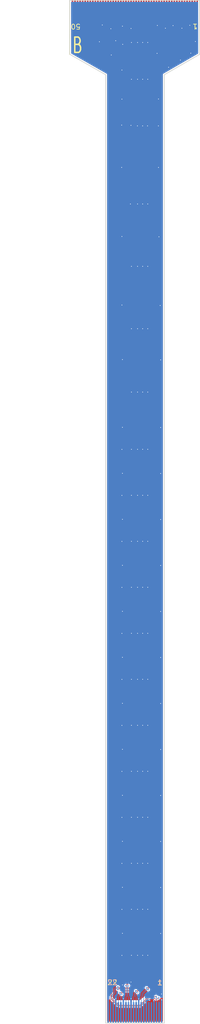
<source format=kicad_pcb>
(kicad_pcb (version 20171130) (host pcbnew 5.1.6)

  (general
    (thickness 0.2)
    (drawings 22)
    (tracks 782)
    (zones 0)
    (modules 2)
    (nets 47)
  )

  (page A3)
  (title_block
    (title "Antmicro Alvium flex CSI adapter")
    (rev 1.0.1)
    (comment 2 www.antmicro.com)
    (comment 3 "Antmicro Ltd.")
  )

  (layers
    (0 F.Cu signal)
    (31 B.Cu signal)
    (32 B.Adhes user)
    (33 F.Adhes user)
    (34 B.Paste user)
    (35 F.Paste user)
    (36 B.SilkS user)
    (37 F.SilkS user)
    (38 B.Mask user)
    (39 F.Mask user)
    (40 Dwgs.User user)
    (41 Cmts.User user)
    (42 Eco1.User user)
    (43 Eco2.User user)
    (44 Edge.Cuts user)
    (45 Margin user)
    (46 B.CrtYd user)
    (47 F.CrtYd user)
    (48 B.Fab user)
    (49 F.Fab user)
  )

  (setup
    (last_trace_width 0.1)
    (user_trace_width 0.1)
    (user_trace_width 0.2)
    (user_trace_width 0.3)
    (user_trace_width 0.5)
    (user_trace_width 1)
    (trace_clearance 0.1)
    (zone_clearance 0.2)
    (zone_45_only no)
    (trace_min 0.1)
    (via_size 0.35)
    (via_drill 0.15)
    (via_min_size 0.35)
    (via_min_drill 0.15)
    (uvia_size 0.35)
    (uvia_drill 0.15)
    (uvias_allowed no)
    (uvia_min_size 0.35)
    (uvia_min_drill 0.15)
    (edge_width 0.15)
    (segment_width 0.35)
    (pcb_text_width 0.3)
    (pcb_text_size 1.5 1.5)
    (mod_edge_width 0.15)
    (mod_text_size 1 1)
    (mod_text_width 0.15)
    (pad_size 0.2999 0.65)
    (pad_drill 0)
    (pad_to_mask_clearance 0.051)
    (solder_mask_min_width 0.25)
    (aux_axis_origin 0 0)
    (grid_origin 186.16 152.5512)
    (visible_elements FFFFFF7F)
    (pcbplotparams
      (layerselection 0x010fc_ffffffff)
      (usegerberextensions false)
      (usegerberattributes false)
      (usegerberadvancedattributes false)
      (creategerberjobfile false)
      (excludeedgelayer true)
      (linewidth 0.100000)
      (plotframeref false)
      (viasonmask false)
      (mode 1)
      (useauxorigin false)
      (hpglpennumber 1)
      (hpglpenspeed 20)
      (hpglpendiameter 15.000000)
      (psnegative false)
      (psa4output false)
      (plotreference true)
      (plotvalue true)
      (plotinvisibletext false)
      (padsonsilk false)
      (subtractmaskfromsilk false)
      (outputformat 1)
      (mirror false)
      (drillshape 0)
      (scaleselection 1)
      (outputdirectory "Output/"))
  )

  (net 0 "")
  (net 1 /5V)
  (net 2 /SCL)
  (net 3 /SDA)
  (net 4 /GPIO2)
  (net 5 /GPIO3)
  (net 6 /CSI1_D1_N)
  (net 7 /CSI1_D1_P)
  (net 8 /GND)
  (net 9 /CSI1_D0_N)
  (net 10 /CSI1_D0_P)
  (net 11 /CSI0_CLK_N)
  (net 12 /CSI0_CLK_P)
  (net 13 /CSI0_D1_N)
  (net 14 /CSI0_D1_P)
  (net 15 /CSI0_D0_N)
  (net 16 /CSI0_D0_P)
  (net 17 "Net-(J2-Pad48)")
  (net 18 "Net-(J2-Pad47)")
  (net 19 "Net-(J2-Pad46)")
  (net 20 "Net-(J2-Pad45)")
  (net 21 "Net-(J2-Pad44)")
  (net 22 "Net-(J2-Pad43)")
  (net 23 "Net-(J2-Pad40)")
  (net 24 "Net-(J2-Pad39)")
  (net 25 "Net-(J2-Pad38)")
  (net 26 "Net-(J2-Pad37)")
  (net 27 "Net-(J2-Pad36)")
  (net 28 "Net-(J2-Pad35)")
  (net 29 "Net-(J2-Pad34)")
  (net 30 "Net-(J2-Pad33)")
  (net 31 "Net-(J2-Pad32)")
  (net 32 "Net-(J2-Pad31)")
  (net 33 "Net-(J2-Pad17)")
  (net 34 "Net-(J2-Pad16)")
  (net 35 "Net-(J2-Pad14)")
  (net 36 "Net-(J2-Pad13)")
  (net 37 "Net-(J2-Pad11)")
  (net 38 "Net-(J2-Pad10)")
  (net 39 "Net-(J2-Pad8)")
  (net 40 "Net-(J2-Pad7)")
  (net 41 "Net-(J2-Pad6)")
  (net 42 "Net-(J2-Pad5)")
  (net 43 "Net-(J2-Pad4)")
  (net 44 "Net-(J2-Pad3)")
  (net 45 "Net-(J2-Pad2)")
  (net 46 "Net-(J2-Pad1)")

  (net_class Default "This is the default net class."
    (clearance 0.1)
    (trace_width 0.1)
    (via_dia 0.35)
    (via_drill 0.15)
    (uvia_dia 0.35)
    (uvia_drill 0.15)
    (diff_pair_width 0.1)
    (diff_pair_gap 0.1)
    (add_net /5V)
    (add_net /CSI0_CLK_N)
    (add_net /CSI0_CLK_P)
    (add_net /CSI0_D0_N)
    (add_net /CSI0_D0_P)
    (add_net /CSI0_D1_N)
    (add_net /CSI0_D1_P)
    (add_net /CSI1_D0_N)
    (add_net /CSI1_D0_P)
    (add_net /CSI1_D1_N)
    (add_net /CSI1_D1_P)
    (add_net /GND)
    (add_net /GPIO2)
    (add_net /GPIO3)
    (add_net /SCL)
    (add_net /SDA)
    (add_net "Net-(J2-Pad1)")
    (add_net "Net-(J2-Pad10)")
    (add_net "Net-(J2-Pad11)")
    (add_net "Net-(J2-Pad13)")
    (add_net "Net-(J2-Pad14)")
    (add_net "Net-(J2-Pad16)")
    (add_net "Net-(J2-Pad17)")
    (add_net "Net-(J2-Pad2)")
    (add_net "Net-(J2-Pad3)")
    (add_net "Net-(J2-Pad31)")
    (add_net "Net-(J2-Pad32)")
    (add_net "Net-(J2-Pad33)")
    (add_net "Net-(J2-Pad34)")
    (add_net "Net-(J2-Pad35)")
    (add_net "Net-(J2-Pad36)")
    (add_net "Net-(J2-Pad37)")
    (add_net "Net-(J2-Pad38)")
    (add_net "Net-(J2-Pad39)")
    (add_net "Net-(J2-Pad4)")
    (add_net "Net-(J2-Pad40)")
    (add_net "Net-(J2-Pad43)")
    (add_net "Net-(J2-Pad44)")
    (add_net "Net-(J2-Pad45)")
    (add_net "Net-(J2-Pad46)")
    (add_net "Net-(J2-Pad47)")
    (add_net "Net-(J2-Pad48)")
    (add_net "Net-(J2-Pad5)")
    (add_net "Net-(J2-Pad6)")
    (add_net "Net-(J2-Pad7)")
    (add_net "Net-(J2-Pad8)")
  )

  (module antmicro-alvium-flex-csi-adapter-footprints:WE_687622100002_FLEX (layer B.Cu) (tedit 5E41652E) (tstamp 5E415770)
    (at 188.7 262.75 180)
    (path /5E463808)
    (attr smd)
    (fp_text reference J1 (at -3.5 2.8) (layer B.SilkS) hide
      (effects (font (size 1 1) (thickness 0.15)) (justify mirror))
    )
    (fp_text value WE_687622100002_FLEX (at 0.5 -3.15) (layer B.Fab) hide
      (effects (font (size 1 1) (thickness 0.15)) (justify mirror))
    )
    (fp_line (start -5.75 2.05) (end -5.75 -1.95) (layer B.CrtYd) (width 0.05))
    (fp_line (start -5.75 -1.95) (end 5.75 -1.95) (layer B.CrtYd) (width 0.05))
    (fp_line (start 5.75 2.05) (end 5.75 -1.95) (layer B.CrtYd) (width 0.05))
    (fp_line (start -5.75 2.05) (end 5.75 2.05) (layer B.CrtYd) (width 0.05))
    (pad 1 smd rect (at -5.25 0.05 180) (size 0.3 4) (layers B.Cu B.Paste B.Mask)
      (net 1 /5V))
    (pad 2 smd rect (at -4.75 0.05 180) (size 0.3 4) (layers B.Cu B.Paste B.Mask)
      (net 2 /SCL))
    (pad 3 smd rect (at -4.25 0.05 180) (size 0.3 4) (layers B.Cu B.Paste B.Mask)
      (net 3 /SDA))
    (pad 4 smd rect (at -3.75 0.05 180) (size 0.3 4) (layers B.Cu B.Paste B.Mask)
      (net 1 /5V))
    (pad 5 smd rect (at -3.25 0.05 180) (size 0.3 4) (layers B.Cu B.Paste B.Mask)
      (net 4 /GPIO2))
    (pad 6 smd rect (at -2.75 0.05 180) (size 0.3 4) (layers B.Cu B.Paste B.Mask)
      (net 5 /GPIO3))
    (pad 7 smd rect (at -2.25 0.05 180) (size 0.3 4) (layers B.Cu B.Paste B.Mask)
      (net 1 /5V))
    (pad 8 smd rect (at -1.75 0.05 180) (size 0.3 4) (layers B.Cu B.Paste B.Mask)
      (net 6 /CSI1_D1_N))
    (pad 9 smd rect (at -1.25 0.05 180) (size 0.3 4) (layers B.Cu B.Paste B.Mask)
      (net 7 /CSI1_D1_P))
    (pad 10 smd rect (at -0.75 0.05 180) (size 0.3 4) (layers B.Cu B.Paste B.Mask)
      (net 8 /GND))
    (pad 11 smd rect (at -0.25 0.05 180) (size 0.3 4) (layers B.Cu B.Paste B.Mask)
      (net 9 /CSI1_D0_N))
    (pad 12 smd rect (at 0.25 0.05 180) (size 0.3 4) (layers B.Cu B.Paste B.Mask)
      (net 10 /CSI1_D0_P))
    (pad 13 smd rect (at 0.75 0.05 180) (size 0.3 4) (layers B.Cu B.Paste B.Mask)
      (net 8 /GND))
    (pad 14 smd rect (at 1.25 0.05 180) (size 0.3 4) (layers B.Cu B.Paste B.Mask)
      (net 11 /CSI0_CLK_N))
    (pad 15 smd rect (at 1.75 0.05 180) (size 0.3 4) (layers B.Cu B.Paste B.Mask)
      (net 12 /CSI0_CLK_P))
    (pad 16 smd rect (at 2.25 0.05 180) (size 0.3 4) (layers B.Cu B.Paste B.Mask)
      (net 8 /GND))
    (pad 17 smd rect (at 2.75 0.05 180) (size 0.3 4) (layers B.Cu B.Paste B.Mask)
      (net 13 /CSI0_D1_N))
    (pad 18 smd rect (at 3.25 0.05 180) (size 0.3 4) (layers B.Cu B.Paste B.Mask)
      (net 14 /CSI0_D1_P))
    (pad 19 smd rect (at 3.75 0.05 180) (size 0.3 4) (layers B.Cu B.Paste B.Mask)
      (net 8 /GND))
    (pad 20 smd rect (at 4.25 0.05 180) (size 0.3 4) (layers B.Cu B.Paste B.Mask)
      (net 15 /CSI0_D0_N))
    (pad 21 smd rect (at 4.75 0.05 180) (size 0.3 4) (layers B.Cu B.Paste B.Mask)
      (net 16 /CSI0_D0_P))
    (pad 22 smd rect (at 5.25 0.05 180) (size 0.3 4) (layers B.Cu B.Paste B.Mask)
      (net 8 /GND))
  )

  (module antmicro-alvium-flex-csi-adapter-footprints:WE_687650100002_FLEX (layer F.Cu) (tedit 5E33F533) (tstamp 5E4157AA)
    (at 188.7 66.75 180)
    (path /5E46412F)
    (attr smd)
    (fp_text reference J2 (at -10.029 -3.386) (layer F.SilkS) hide
      (effects (font (size 1 1) (thickness 0.15)))
    )
    (fp_text value WE_687650100002_FLEX (at 0 3.65) (layer F.Fab) hide
      (effects (font (size 1 1) (thickness 0.15)))
    )
    (fp_line (start -12.75 -2) (end 12.75 -2) (layer F.CrtYd) (width 0.05))
    (fp_line (start 12.75 -2) (end 12.75 2) (layer F.CrtYd) (width 0.05))
    (fp_line (start -12.75 2) (end 12.75 2) (layer F.CrtYd) (width 0.05))
    (fp_line (start -12.75 -2) (end -12.75 2) (layer F.CrtYd) (width 0.05))
    (pad 50 smd rect (at 12.25 0 180) (size 0.3 4) (layers F.Cu F.Paste F.Mask)
      (net 1 /5V))
    (pad 49 smd rect (at 11.75 0 180) (size 0.3 4) (layers F.Cu F.Paste F.Mask)
      (net 1 /5V))
    (pad 48 smd rect (at 11.25 0 180) (size 0.3 4) (layers F.Cu F.Paste F.Mask)
      (net 17 "Net-(J2-Pad48)"))
    (pad 47 smd rect (at 10.75 0 180) (size 0.3 4) (layers F.Cu F.Paste F.Mask)
      (net 18 "Net-(J2-Pad47)"))
    (pad 46 smd rect (at 10.25 0 180) (size 0.3 4) (layers F.Cu F.Paste F.Mask)
      (net 19 "Net-(J2-Pad46)"))
    (pad 45 smd rect (at 9.75 0 180) (size 0.3 4) (layers F.Cu F.Paste F.Mask)
      (net 20 "Net-(J2-Pad45)"))
    (pad 44 smd rect (at 9.25 0 180) (size 0.3 4) (layers F.Cu F.Paste F.Mask)
      (net 21 "Net-(J2-Pad44)"))
    (pad 43 smd rect (at 8.75 0 180) (size 0.3 4) (layers F.Cu F.Paste F.Mask)
      (net 22 "Net-(J2-Pad43)"))
    (pad 42 smd rect (at 8.25 0 180) (size 0.3 4) (layers F.Cu F.Paste F.Mask)
      (net 2 /SCL))
    (pad 41 smd rect (at 7.75 0 180) (size 0.3 4) (layers F.Cu F.Paste F.Mask)
      (net 3 /SDA))
    (pad 40 smd rect (at 7.25 0 180) (size 0.3 4) (layers F.Cu F.Paste F.Mask)
      (net 23 "Net-(J2-Pad40)"))
    (pad 39 smd rect (at 6.75 0 180) (size 0.3 4) (layers F.Cu F.Paste F.Mask)
      (net 24 "Net-(J2-Pad39)"))
    (pad 38 smd rect (at 6.25 0 180) (size 0.3 4) (layers F.Cu F.Paste F.Mask)
      (net 25 "Net-(J2-Pad38)"))
    (pad 37 smd rect (at 5.75 0 180) (size 0.3 4) (layers F.Cu F.Paste F.Mask)
      (net 26 "Net-(J2-Pad37)"))
    (pad 36 smd rect (at 5.25 0 180) (size 0.3 4) (layers F.Cu F.Paste F.Mask)
      (net 27 "Net-(J2-Pad36)"))
    (pad 35 smd rect (at 4.75 0 180) (size 0.3 4) (layers F.Cu F.Paste F.Mask)
      (net 28 "Net-(J2-Pad35)"))
    (pad 34 smd rect (at 4.25 0 180) (size 0.3 4) (layers F.Cu F.Paste F.Mask)
      (net 29 "Net-(J2-Pad34)"))
    (pad 33 smd rect (at 3.75 0 180) (size 0.3 4) (layers F.Cu F.Paste F.Mask)
      (net 30 "Net-(J2-Pad33)"))
    (pad 32 smd rect (at 3.25 0 180) (size 0.3 4) (layers F.Cu F.Paste F.Mask)
      (net 31 "Net-(J2-Pad32)"))
    (pad 31 smd rect (at 2.75 0 180) (size 0.3 4) (layers F.Cu F.Paste F.Mask)
      (net 32 "Net-(J2-Pad31)"))
    (pad 30 smd rect (at 2.25 0 180) (size 0.3 4) (layers F.Cu F.Paste F.Mask)
      (net 8 /GND))
    (pad 29 smd rect (at 1.75 0 180) (size 0.3 4) (layers F.Cu F.Paste F.Mask)
      (net 12 /CSI0_CLK_P))
    (pad 28 smd rect (at 1.25 0 180) (size 0.3 4) (layers F.Cu F.Paste F.Mask)
      (net 11 /CSI0_CLK_N))
    (pad 27 smd rect (at 0.75 0 180) (size 0.3 4) (layers F.Cu F.Paste F.Mask)
      (net 8 /GND))
    (pad 26 smd rect (at 0.25 0 180) (size 0.3 4) (layers F.Cu F.Paste F.Mask)
      (net 16 /CSI0_D0_P))
    (pad 25 smd rect (at -0.25 0 180) (size 0.3 4) (layers F.Cu F.Paste F.Mask)
      (net 15 /CSI0_D0_N))
    (pad 24 smd rect (at -0.75 0 180) (size 0.3 4) (layers F.Cu F.Paste F.Mask)
      (net 14 /CSI0_D1_P))
    (pad 23 smd rect (at -1.25 0 180) (size 0.3 4) (layers F.Cu F.Paste F.Mask)
      (net 13 /CSI0_D1_N))
    (pad 22 smd rect (at -1.75 0 180) (size 0.3 4) (layers F.Cu F.Paste F.Mask)
      (net 10 /CSI1_D0_P))
    (pad 21 smd rect (at -2.25 0 180) (size 0.3 4) (layers F.Cu F.Paste F.Mask)
      (net 9 /CSI1_D0_N))
    (pad 20 smd rect (at -2.75 0 180) (size 0.3 4) (layers F.Cu F.Paste F.Mask)
      (net 7 /CSI1_D1_P))
    (pad 19 smd rect (at -3.25 0 180) (size 0.3 4) (layers F.Cu F.Paste F.Mask)
      (net 6 /CSI1_D1_N))
    (pad 18 smd rect (at -3.75 0 180) (size 0.3 4) (layers F.Cu F.Paste F.Mask)
      (net 8 /GND))
    (pad 17 smd rect (at -4.25 0 180) (size 0.3 4) (layers F.Cu F.Paste F.Mask)
      (net 33 "Net-(J2-Pad17)"))
    (pad 16 smd rect (at -4.75 0 180) (size 0.3 4) (layers F.Cu F.Paste F.Mask)
      (net 34 "Net-(J2-Pad16)"))
    (pad 15 smd rect (at -5.25 0 180) (size 0.3 4) (layers F.Cu F.Paste F.Mask)
      (net 8 /GND))
    (pad 14 smd rect (at -5.75 0 180) (size 0.3 4) (layers F.Cu F.Paste F.Mask)
      (net 35 "Net-(J2-Pad14)"))
    (pad 13 smd rect (at -6.25 0 180) (size 0.3 4) (layers F.Cu F.Paste F.Mask)
      (net 36 "Net-(J2-Pad13)"))
    (pad 12 smd rect (at -6.75 0 180) (size 0.3 4) (layers F.Cu F.Paste F.Mask)
      (net 8 /GND))
    (pad 11 smd rect (at -7.25 0 180) (size 0.3 4) (layers F.Cu F.Paste F.Mask)
      (net 37 "Net-(J2-Pad11)"))
    (pad 10 smd rect (at -7.75 0 180) (size 0.3 4) (layers F.Cu F.Paste F.Mask)
      (net 38 "Net-(J2-Pad10)"))
    (pad 9 smd rect (at -8.25 0 180) (size 0.3 4) (layers F.Cu F.Paste F.Mask)
      (net 8 /GND))
    (pad 8 smd rect (at -8.75 0 180) (size 0.3 4) (layers F.Cu F.Paste F.Mask)
      (net 39 "Net-(J2-Pad8)"))
    (pad 7 smd rect (at -9.25 0 180) (size 0.3 4) (layers F.Cu F.Paste F.Mask)
      (net 40 "Net-(J2-Pad7)"))
    (pad 6 smd rect (at -9.75 0 180) (size 0.3 4) (layers F.Cu F.Paste F.Mask)
      (net 41 "Net-(J2-Pad6)"))
    (pad 5 smd rect (at -10.25 0 180) (size 0.3 4) (layers F.Cu F.Paste F.Mask)
      (net 42 "Net-(J2-Pad5)"))
    (pad 4 smd rect (at -10.75 0 180) (size 0.3 4) (layers F.Cu F.Paste F.Mask)
      (net 43 "Net-(J2-Pad4)"))
    (pad 3 smd rect (at -11.25 0 180) (size 0.3 4) (layers F.Cu F.Paste F.Mask)
      (net 44 "Net-(J2-Pad3)"))
    (pad 2 smd rect (at -11.75 0 180) (size 0.3 4) (layers F.Cu F.Paste F.Mask)
      (net 45 "Net-(J2-Pad2)"))
    (pad 1 smd rect (at -12.25 0 180) (size 0.3 4) (layers F.Cu F.Paste F.Mask)
      (net 46 "Net-(J2-Pad1)"))
  )

  (gr_line (start 201.429 75.25) (end 201.4 64.7) (layer Edge.Cuts) (width 0.15) (tstamp 5F85A00C))
  (gr_line (start 175.9 64.7) (end 201.4 64.7) (layer Edge.Cuts) (width 0.15))
  (gr_line (start 175.929 75.25) (end 175.9 64.7) (layer Edge.Cuts) (width 0.15))
  (gr_line (start 175.902 64.736) (end 175.902 75.286) (layer F.SilkS) (width 0.15) (tstamp 5F85A004))
  (gr_text "Stiffener TOP" (at 176.3 257.8) (layer F.Fab) (tstamp 5E419D12)
    (effects (font (size 1 1) (thickness 0.15)))
  )
  (gr_text B (at 177.425 73.5) (layer F.SilkS) (tstamp 5F3BA12A)
    (effects (font (size 3 2) (thickness 0.3)))
  )
  (gr_text 22 (at 184.275 256.85) (layer F.SilkS) (tstamp 5F3A7BA6)
    (effects (font (size 1 1) (thickness 0.15)))
  )
  (gr_text 1 (at 193.625 256.9) (layer F.SilkS) (tstamp 5F3A7B87)
    (effects (font (size 1 1) (thickness 0.15)))
  )
  (gr_text "Stiffener BOTTOM" (at 168.8 72.1) (layer B.Fab) (tstamp 5F36F47A)
    (effects (font (size 1 1) (thickness 0.15)))
  )
  (gr_line (start 175.902 64.736) (end 175.902 75.286) (layer F.SilkS) (width 0.15) (tstamp 5F36F27D))
  (gr_text 22 (at 184.325 256.85) (layer B.SilkS) (tstamp 5F36660F)
    (effects (font (size 1 1) (thickness 0.15)) (justify mirror))
  )
  (gr_text 1 (at 193.55 256.85) (layer B.SilkS) (tstamp 5F36660D)
    (effects (font (size 1 1) (thickness 0.15)) (justify mirror))
  )
  (gr_text 50 (at 177.0795 69.798 180) (layer F.SilkS) (tstamp 5F3665D9)
    (effects (font (size 1 1) (thickness 0.15)))
  )
  (gr_text 1 (at 200.511 69.798 180) (layer F.SilkS)
    (effects (font (size 1 1) (thickness 0.15)))
  )
  (gr_line (start 194.489 264.776) (end 182.979 264.776) (layer F.Fab) (width 0.15))
  (gr_line (start 194.429 257.636) (end 183.029 257.636) (layer F.Fab) (width 0.15))
  (gr_line (start 201.429 64.736) (end 201.429 75.286) (layer F.SilkS) (width 0.15))
  (gr_line (start 194.479 79.25) (end 201.429 75.25) (layer Edge.Cuts) (width 0.15) (tstamp 5E4170FA))
  (gr_line (start 175.929 75.25) (end 182.979 79.25) (layer Edge.Cuts) (width 0.15) (tstamp 5E4170F9))
  (gr_line (start 194.479 264.786) (end 194.479 79.25) (layer Edge.Cuts) (width 0.15))
  (gr_line (start 182.979 264.786) (end 182.979 79.25) (layer Edge.Cuts) (width 0.15))
  (gr_line (start 182.979 264.786) (end 194.479 264.786) (layer Edge.Cuts) (width 0.15))

  (via (at 191.229 251.536) (size 0.35) (drill 0.15) (layers F.Cu B.Cu) (net 8) (tstamp 5F85AE40))
  (via (at 193.759 247.266) (size 0.35) (drill 0.15) (layers F.Cu B.Cu) (net 8) (tstamp 5F85AE41))
  (via (at 188.029 251.536) (size 0.35) (drill 0.15) (layers F.Cu B.Cu) (net 8) (tstamp 5F85AE42))
  (via (at 189.229 251.536) (size 0.35) (drill 0.15) (layers F.Cu B.Cu) (net 8) (tstamp 5F85AE43))
  (via (at 190.229 251.536) (size 0.35) (drill 0.15) (layers F.Cu B.Cu) (net 8) (tstamp 5F85AE44))
  (via (at 186.2616 247.2332) (size 0.35) (drill 0.15) (layers F.Cu B.Cu) (net 8) (tstamp 5F85AE45))
  (via (at 186.16 251.5512) (size 0.35) (drill 0.15) (layers F.Cu B.Cu) (net 8) (tstamp 5F85AE46))
  (via (at 191.229 242.536) (size 0.35) (drill 0.15) (layers F.Cu B.Cu) (net 8) (tstamp 5F85AE40))
  (via (at 193.759 238.266) (size 0.35) (drill 0.15) (layers F.Cu B.Cu) (net 8) (tstamp 5F85AE41))
  (via (at 188.029 242.536) (size 0.35) (drill 0.15) (layers F.Cu B.Cu) (net 8) (tstamp 5F85AE42))
  (via (at 189.229 242.536) (size 0.35) (drill 0.15) (layers F.Cu B.Cu) (net 8) (tstamp 5F85AE43))
  (via (at 190.229 242.536) (size 0.35) (drill 0.15) (layers F.Cu B.Cu) (net 8) (tstamp 5F85AE44))
  (via (at 186.2616 238.2332) (size 0.35) (drill 0.15) (layers F.Cu B.Cu) (net 8) (tstamp 5F85AE45))
  (via (at 186.16 242.5512) (size 0.35) (drill 0.15) (layers F.Cu B.Cu) (net 8) (tstamp 5F85AE46))
  (via (at 191.229 233.536) (size 0.35) (drill 0.15) (layers F.Cu B.Cu) (net 8) (tstamp 5F85AE40))
  (via (at 193.759 229.266) (size 0.35) (drill 0.15) (layers F.Cu B.Cu) (net 8) (tstamp 5F85AE41))
  (via (at 188.029 233.536) (size 0.35) (drill 0.15) (layers F.Cu B.Cu) (net 8) (tstamp 5F85AE42))
  (via (at 189.229 233.536) (size 0.35) (drill 0.15) (layers F.Cu B.Cu) (net 8) (tstamp 5F85AE43))
  (via (at 190.229 233.536) (size 0.35) (drill 0.15) (layers F.Cu B.Cu) (net 8) (tstamp 5F85AE44))
  (via (at 186.2616 229.2332) (size 0.35) (drill 0.15) (layers F.Cu B.Cu) (net 8) (tstamp 5F85AE45))
  (via (at 186.16 233.5512) (size 0.35) (drill 0.15) (layers F.Cu B.Cu) (net 8) (tstamp 5F85AE46))
  (via (at 191.229 224.536) (size 0.35) (drill 0.15) (layers F.Cu B.Cu) (net 8) (tstamp 5F85AE40))
  (via (at 193.759 220.266) (size 0.35) (drill 0.15) (layers F.Cu B.Cu) (net 8) (tstamp 5F85AE41))
  (via (at 188.029 224.536) (size 0.35) (drill 0.15) (layers F.Cu B.Cu) (net 8) (tstamp 5F85AE42))
  (via (at 189.229 224.536) (size 0.35) (drill 0.15) (layers F.Cu B.Cu) (net 8) (tstamp 5F85AE43))
  (via (at 190.229 224.536) (size 0.35) (drill 0.15) (layers F.Cu B.Cu) (net 8) (tstamp 5F85AE44))
  (via (at 186.2616 220.2332) (size 0.35) (drill 0.15) (layers F.Cu B.Cu) (net 8) (tstamp 5F85AE45))
  (via (at 186.16 224.5512) (size 0.35) (drill 0.15) (layers F.Cu B.Cu) (net 8) (tstamp 5F85AE46))
  (via (at 191.229 215.536) (size 0.35) (drill 0.15) (layers F.Cu B.Cu) (net 8) (tstamp 5F85AE40))
  (via (at 193.759 211.266) (size 0.35) (drill 0.15) (layers F.Cu B.Cu) (net 8) (tstamp 5F85AE41))
  (via (at 188.029 215.536) (size 0.35) (drill 0.15) (layers F.Cu B.Cu) (net 8) (tstamp 5F85AE42))
  (via (at 189.229 215.536) (size 0.35) (drill 0.15) (layers F.Cu B.Cu) (net 8) (tstamp 5F85AE43))
  (via (at 190.229 215.536) (size 0.35) (drill 0.15) (layers F.Cu B.Cu) (net 8) (tstamp 5F85AE44))
  (via (at 186.2616 211.2332) (size 0.35) (drill 0.15) (layers F.Cu B.Cu) (net 8) (tstamp 5F85AE45))
  (via (at 186.16 215.5512) (size 0.35) (drill 0.15) (layers F.Cu B.Cu) (net 8) (tstamp 5F85AE46))
  (via (at 191.229 206.536) (size 0.35) (drill 0.15) (layers F.Cu B.Cu) (net 8) (tstamp 5F85AE40))
  (via (at 193.759 202.266) (size 0.35) (drill 0.15) (layers F.Cu B.Cu) (net 8) (tstamp 5F85AE41))
  (via (at 188.029 206.536) (size 0.35) (drill 0.15) (layers F.Cu B.Cu) (net 8) (tstamp 5F85AE42))
  (via (at 189.229 206.536) (size 0.35) (drill 0.15) (layers F.Cu B.Cu) (net 8) (tstamp 5F85AE43))
  (via (at 190.229 206.536) (size 0.35) (drill 0.15) (layers F.Cu B.Cu) (net 8) (tstamp 5F85AE44))
  (via (at 186.2616 202.2332) (size 0.35) (drill 0.15) (layers F.Cu B.Cu) (net 8) (tstamp 5F85AE45))
  (via (at 186.16 206.5512) (size 0.35) (drill 0.15) (layers F.Cu B.Cu) (net 8) (tstamp 5F85AE46))
  (via (at 191.229 197.536) (size 0.35) (drill 0.15) (layers F.Cu B.Cu) (net 8) (tstamp 5F85AE40))
  (via (at 193.759 193.266) (size 0.35) (drill 0.15) (layers F.Cu B.Cu) (net 8) (tstamp 5F85AE41))
  (via (at 188.029 197.536) (size 0.35) (drill 0.15) (layers F.Cu B.Cu) (net 8) (tstamp 5F85AE42))
  (via (at 189.229 197.536) (size 0.35) (drill 0.15) (layers F.Cu B.Cu) (net 8) (tstamp 5F85AE43))
  (via (at 190.229 197.536) (size 0.35) (drill 0.15) (layers F.Cu B.Cu) (net 8) (tstamp 5F85AE44))
  (via (at 186.2616 193.2332) (size 0.35) (drill 0.15) (layers F.Cu B.Cu) (net 8) (tstamp 5F85AE45))
  (via (at 186.16 197.5512) (size 0.35) (drill 0.15) (layers F.Cu B.Cu) (net 8) (tstamp 5F85AE46))
  (via (at 191.229 188.536) (size 0.35) (drill 0.15) (layers F.Cu B.Cu) (net 8) (tstamp 5F85AE40))
  (via (at 193.759 184.266) (size 0.35) (drill 0.15) (layers F.Cu B.Cu) (net 8) (tstamp 5F85AE41))
  (via (at 188.029 188.536) (size 0.35) (drill 0.15) (layers F.Cu B.Cu) (net 8) (tstamp 5F85AE42))
  (via (at 189.229 188.536) (size 0.35) (drill 0.15) (layers F.Cu B.Cu) (net 8) (tstamp 5F85AE43))
  (via (at 190.229 188.536) (size 0.35) (drill 0.15) (layers F.Cu B.Cu) (net 8) (tstamp 5F85AE44))
  (via (at 186.2616 184.2332) (size 0.35) (drill 0.15) (layers F.Cu B.Cu) (net 8) (tstamp 5F85AE45))
  (via (at 186.16 188.5512) (size 0.35) (drill 0.15) (layers F.Cu B.Cu) (net 8) (tstamp 5F85AE46))
  (via (at 191.229 179.536) (size 0.35) (drill 0.15) (layers F.Cu B.Cu) (net 8) (tstamp 5F85AE40))
  (via (at 193.759 175.266) (size 0.35) (drill 0.15) (layers F.Cu B.Cu) (net 8) (tstamp 5F85AE41))
  (via (at 188.029 179.536) (size 0.35) (drill 0.15) (layers F.Cu B.Cu) (net 8) (tstamp 5F85AE42))
  (via (at 189.229 179.536) (size 0.35) (drill 0.15) (layers F.Cu B.Cu) (net 8) (tstamp 5F85AE43))
  (via (at 190.229 179.536) (size 0.35) (drill 0.15) (layers F.Cu B.Cu) (net 8) (tstamp 5F85AE44))
  (via (at 186.2616 175.2332) (size 0.35) (drill 0.15) (layers F.Cu B.Cu) (net 8) (tstamp 5F85AE45))
  (via (at 186.16 179.5512) (size 0.35) (drill 0.15) (layers F.Cu B.Cu) (net 8) (tstamp 5F85AE46))
  (via (at 191.229 170.536) (size 0.35) (drill 0.15) (layers F.Cu B.Cu) (net 8) (tstamp 5F85AE40))
  (via (at 193.759 166.266) (size 0.35) (drill 0.15) (layers F.Cu B.Cu) (net 8) (tstamp 5F85AE41))
  (via (at 188.029 170.536) (size 0.35) (drill 0.15) (layers F.Cu B.Cu) (net 8) (tstamp 5F85AE42))
  (via (at 189.229 170.536) (size 0.35) (drill 0.15) (layers F.Cu B.Cu) (net 8) (tstamp 5F85AE43))
  (via (at 190.229 170.536) (size 0.35) (drill 0.15) (layers F.Cu B.Cu) (net 8) (tstamp 5F85AE44))
  (via (at 186.2616 166.2332) (size 0.35) (drill 0.15) (layers F.Cu B.Cu) (net 8) (tstamp 5F85AE45))
  (via (at 186.16 170.5512) (size 0.35) (drill 0.15) (layers F.Cu B.Cu) (net 8) (tstamp 5F85AE46))
  (via (at 191.229 161.536) (size 0.35) (drill 0.15) (layers F.Cu B.Cu) (net 8) (tstamp 5F85AE40))
  (via (at 193.759 157.266) (size 0.35) (drill 0.15) (layers F.Cu B.Cu) (net 8) (tstamp 5F85AE41))
  (via (at 188.029 161.536) (size 0.35) (drill 0.15) (layers F.Cu B.Cu) (net 8) (tstamp 5F85AE42))
  (via (at 189.229 161.536) (size 0.35) (drill 0.15) (layers F.Cu B.Cu) (net 8) (tstamp 5F85AE43))
  (via (at 190.229 161.536) (size 0.35) (drill 0.15) (layers F.Cu B.Cu) (net 8) (tstamp 5F85AE44))
  (via (at 186.2616 157.2332) (size 0.35) (drill 0.15) (layers F.Cu B.Cu) (net 8) (tstamp 5F85AE45))
  (via (at 186.16 161.5512) (size 0.35) (drill 0.15) (layers F.Cu B.Cu) (net 8) (tstamp 5F85AE46))
  (segment (start 176.45 66.75) (end 176.45 69.447) (width 0.3) (layer F.Cu) (net 1) (status 10))
  (via (at 193.959 260.246) (size 0.35) (drill 0.15) (layers F.Cu B.Cu) (net 1))
  (segment (start 176.45 66.75) (end 176.95 66.75) (width 0.3) (layer F.Cu) (net 1) (status 30))
  (segment (start 193.95 260.255) (end 193.959 260.246) (width 0.3) (layer B.Cu) (net 1))
  (segment (start 193.95 262.7) (end 193.95 260.255) (width 0.3) (layer B.Cu) (net 1) (status 10))
  (segment (start 191.709 260.226) (end 192.219 260.226) (width 0.3) (layer F.Cu) (net 1))
  (segment (start 193.959 260.246) (end 193.475 260.73) (width 0.3) (layer F.Cu) (net 1))
  (segment (start 192.723 260.73) (end 192.219 260.226) (width 0.3) (layer F.Cu) (net 1))
  (segment (start 193.475 260.73) (end 192.723 260.73) (width 0.3) (layer F.Cu) (net 1))
  (via (at 192.4084 260.4252) (size 0.35) (drill 0.15) (layers F.Cu B.Cu) (net 1))
  (via (at 191.5956 260.3236) (size 0.35) (drill 0.15) (layers F.Cu B.Cu) (net 1))
  (segment (start 191.2214 260.3236) (end 191.5956 260.3236) (width 0.2) (layer B.Cu) (net 1))
  (segment (start 190.95 260.4) (end 190.95 262.7) (width 0.3) (layer B.Cu) (net 1) (status 20))
  (segment (start 191.0264 260.3236) (end 190.95 260.4) (width 0.3) (layer B.Cu) (net 1))
  (segment (start 191.5956 260.3236) (end 191.0264 260.3236) (width 0.3) (layer B.Cu) (net 1))
  (segment (start 192.45 260.4668) (end 192.4084 260.4252) (width 0.3) (layer B.Cu) (net 1))
  (segment (start 192.45 262.7) (end 192.45 260.4668) (width 0.3) (layer B.Cu) (net 1) (status 10))
  (segment (start 193.45 260.95) (end 193.45 262.8) (width 0.1) (layer B.Cu) (net 2) (status 30))
  (via (at 193.359 259.856) (size 0.35) (drill 0.15) (layers F.Cu B.Cu) (net 2))
  (segment (start 193.45 262.7) (end 193.45 259.947) (width 0.1) (layer B.Cu) (net 2) (status 10))
  (segment (start 193.45 259.947) (end 193.359 259.856) (width 0.1) (layer B.Cu) (net 2))
  (segment (start 180.45 72.777) (end 180.45 66.75) (width 0.1) (layer F.Cu) (net 2) (status 20))
  (segment (start 183.969 256.336) (end 184.929 255.376) (width 0.1) (layer F.Cu) (net 2))
  (segment (start 183.969 260.036) (end 183.969 256.336) (width 0.1) (layer F.Cu) (net 2))
  (segment (start 185.439 261.506) (end 183.969 260.036) (width 0.1) (layer F.Cu) (net 2))
  (segment (start 193.089 260.126) (end 192.759 260.126) (width 0.1) (layer F.Cu) (net 2))
  (segment (start 191.419 259.876) (end 189.789 261.506) (width 0.1) (layer F.Cu) (net 2))
  (segment (start 193.359 259.856) (end 193.089 260.126) (width 0.1) (layer F.Cu) (net 2))
  (segment (start 192.759 260.126) (end 192.509 259.876) (width 0.1) (layer F.Cu) (net 2))
  (segment (start 184.929 77.256) (end 180.45 72.777) (width 0.1) (layer F.Cu) (net 2))
  (segment (start 192.509 259.876) (end 191.419 259.876) (width 0.1) (layer F.Cu) (net 2))
  (segment (start 189.789 261.506) (end 185.439 261.506) (width 0.1) (layer F.Cu) (net 2))
  (segment (start 184.929 77.256) (end 184.929 177.359) (width 0.1) (layer F.Cu) (net 2))
  (segment (start 184.929 177.359) (end 184.929 177.256) (width 0.1) (layer F.Cu) (net 2))
  (segment (start 184.929 255.376) (end 184.929 177.359) (width 0.1) (layer F.Cu) (net 2))
  (segment (start 192.95 260.95) (end 192.95 262.8) (width 0.1) (layer B.Cu) (net 3) (status 30))
  (segment (start 192.95 262.7) (end 192.95 259.707) (width 0.1) (layer B.Cu) (net 3) (status 10))
  (via (at 192.859 259.616) (size 0.35) (drill 0.15) (layers F.Cu B.Cu) (net 3))
  (segment (start 192.95 259.707) (end 192.859 259.616) (width 0.1) (layer B.Cu) (net 3))
  (segment (start 185.539 261.306) (end 189.699 261.306) (width 0.1) (layer F.Cu) (net 3))
  (segment (start 184.169 259.936) (end 185.539 261.306) (width 0.1) (layer F.Cu) (net 3))
  (segment (start 189.699 261.306) (end 191.389 259.616) (width 0.1) (layer F.Cu) (net 3))
  (segment (start 191.389 259.616) (end 192.859 259.616) (width 0.1) (layer F.Cu) (net 3))
  (segment (start 184.169 256.446) (end 184.169 259.936) (width 0.1) (layer F.Cu) (net 3))
  (segment (start 184.169 256.446) (end 184.169 258.356) (width 0.1) (layer F.Cu) (net 3))
  (segment (start 180.95 72.987) (end 180.95 66.75) (width 0.1) (layer F.Cu) (net 3))
  (segment (start 185.129 77.166) (end 180.95 72.987) (width 0.1) (layer F.Cu) (net 3))
  (segment (start 185.129 255.486) (end 185.129 77.166) (width 0.1) (layer F.Cu) (net 3))
  (segment (start 184.169 256.446) (end 185.129 255.486) (width 0.1) (layer F.Cu) (net 3))
  (segment (start 190.45 262.8) (end 190.45 260.95) (width 0.1) (layer B.Cu) (net 6) (status 30))
  (segment (start 190.45 262.7) (end 190.45 259.699999) (width 0.1) (layer B.Cu) (net 6) (status 10))
  (segment (start 190.45 259.699999) (end 190.3 259.549999) (width 0.1) (layer B.Cu) (net 6))
  (via (at 191.3181 258.2351) (size 0.35) (drill 0.15) (layers F.Cu B.Cu) (net 6))
  (segment (start 191.141322 258.2351) (end 191.3181 258.2351) (width 0.1) (layer B.Cu) (net 6))
  (segment (start 190.3 259.549999) (end 190.3 259.076422) (width 0.1) (layer B.Cu) (net 6))
  (segment (start 190.3 259.076422) (end 191.141322 258.2351) (width 0.1) (layer B.Cu) (net 6))
  (segment (start 191.95 69.750001) (end 191.95 66.75) (width 0.1) (layer F.Cu) (net 6))
  (segment (start 191.8 69.900001) (end 191.95 69.750001) (width 0.1) (layer F.Cu) (net 6))
  (segment (start 191.8 70.307) (end 191.8 69.900001) (width 0.1) (layer F.Cu) (net 6))
  (segment (start 191.804388 70.345941) (end 191.8 70.307) (width 0.1) (layer F.Cu) (net 6))
  (segment (start 191.817331 70.382929) (end 191.804388 70.345941) (width 0.1) (layer F.Cu) (net 6))
  (segment (start 191.86589 70.44382) (end 191.83818 70.41611) (width 0.1) (layer F.Cu) (net 6))
  (segment (start 192.400391 72.332) (end 192.479015 72.323141) (width 0.1) (layer F.Cu) (net 6))
  (segment (start 192.753722 71.978668) (end 192.753722 71.935331) (width 0.1) (layer F.Cu) (net 6))
  (segment (start 191.83818 72.397889) (end 191.86589 72.370179) (width 0.1) (layer F.Cu) (net 6))
  (segment (start 192.753722 71.935331) (end 192.744864 71.856707) (width 0.1) (layer F.Cu) (net 6))
  (segment (start 192.62069 71.659085) (end 192.553696 71.61699) (width 0.1) (layer F.Cu) (net 6))
  (segment (start 191.86589 71.270179) (end 191.899071 71.24933) (width 0.1) (layer F.Cu) (net 6))
  (segment (start 192.400391 71.232) (end 192.479015 71.223141) (width 0.1) (layer F.Cu) (net 6))
  (segment (start 191.975 72.332) (end 192.400391 72.332) (width 0.1) (layer F.Cu) (net 6))
  (segment (start 191.3181 258.058322) (end 191.8 257.576422) (width 0.1) (layer F.Cu) (net 6))
  (segment (start 191.975 70.482) (end 191.936059 70.477612) (width 0.1) (layer F.Cu) (net 6))
  (segment (start 191.899071 71.564669) (end 191.86589 71.54382) (width 0.1) (layer F.Cu) (net 6))
  (segment (start 192.718732 70.682026) (end 192.676637 70.615032) (width 0.1) (layer F.Cu) (net 6))
  (segment (start 192.718732 72.131973) (end 192.744864 72.057292) (width 0.1) (layer F.Cu) (net 6))
  (segment (start 192.744864 72.057292) (end 192.753722 71.978668) (width 0.1) (layer F.Cu) (net 6))
  (segment (start 191.899071 70.464669) (end 191.86589 70.44382) (width 0.1) (layer F.Cu) (net 6))
  (segment (start 191.936059 71.236387) (end 191.975 71.232) (width 0.1) (layer F.Cu) (net 6))
  (segment (start 192.479015 70.490858) (end 192.400391 70.482) (width 0.1) (layer F.Cu) (net 6))
  (segment (start 191.975 71.232) (end 192.400391 71.232) (width 0.1) (layer F.Cu) (net 6))
  (segment (start 192.744864 70.756707) (end 192.718732 70.682026) (width 0.1) (layer F.Cu) (net 6))
  (segment (start 191.86589 71.54382) (end 191.83818 71.51611) (width 0.1) (layer F.Cu) (net 6))
  (segment (start 191.83818 71.297889) (end 191.86589 71.270179) (width 0.1) (layer F.Cu) (net 6))
  (segment (start 191.817331 71.33107) (end 191.83818 71.297889) (width 0.1) (layer F.Cu) (net 6))
  (segment (start 191.3181 258.2351) (end 191.3181 258.058322) (width 0.1) (layer F.Cu) (net 6))
  (segment (start 192.753722 70.835331) (end 192.744864 70.756707) (width 0.1) (layer F.Cu) (net 6))
  (segment (start 191.8 257.576422) (end 191.8 72.507) (width 0.1) (layer F.Cu) (net 6))
  (segment (start 191.8 72.507) (end 191.804388 72.468058) (width 0.1) (layer F.Cu) (net 6))
  (segment (start 191.83818 70.41611) (end 191.817331 70.382929) (width 0.1) (layer F.Cu) (net 6))
  (segment (start 191.804388 72.468058) (end 191.817331 72.43107) (width 0.1) (layer F.Cu) (net 6))
  (segment (start 191.817331 72.43107) (end 191.83818 72.397889) (width 0.1) (layer F.Cu) (net 6))
  (segment (start 191.86589 72.370179) (end 191.899071 72.34933) (width 0.1) (layer F.Cu) (net 6))
  (segment (start 192.718732 71.782026) (end 192.676637 71.715032) (width 0.1) (layer F.Cu) (net 6))
  (segment (start 192.479015 72.323141) (end 192.553696 72.297009) (width 0.1) (layer F.Cu) (net 6))
  (segment (start 191.899071 72.34933) (end 191.936059 72.336387) (width 0.1) (layer F.Cu) (net 6))
  (segment (start 192.479015 71.223141) (end 192.553696 71.197009) (width 0.1) (layer F.Cu) (net 6))
  (segment (start 191.936059 72.336387) (end 191.975 72.332) (width 0.1) (layer F.Cu) (net 6))
  (segment (start 192.553696 72.297009) (end 192.62069 72.254914) (width 0.1) (layer F.Cu) (net 6))
  (segment (start 192.62069 72.254914) (end 192.676637 72.198967) (width 0.1) (layer F.Cu) (net 6))
  (segment (start 192.676637 72.198967) (end 192.718732 72.131973) (width 0.1) (layer F.Cu) (net 6))
  (segment (start 192.553696 71.197009) (end 192.62069 71.154914) (width 0.1) (layer F.Cu) (net 6))
  (segment (start 192.744864 71.856707) (end 192.718732 71.782026) (width 0.1) (layer F.Cu) (net 6))
  (segment (start 192.676637 71.715032) (end 192.62069 71.659085) (width 0.1) (layer F.Cu) (net 6))
  (segment (start 192.553696 71.61699) (end 192.479015 71.590858) (width 0.1) (layer F.Cu) (net 6))
  (segment (start 192.479015 71.590858) (end 192.400391 71.582) (width 0.1) (layer F.Cu) (net 6))
  (segment (start 192.62069 70.559085) (end 192.553696 70.51699) (width 0.1) (layer F.Cu) (net 6))
  (segment (start 192.400391 71.582) (end 191.975 71.582) (width 0.1) (layer F.Cu) (net 6))
  (segment (start 191.936059 71.577612) (end 191.899071 71.564669) (width 0.1) (layer F.Cu) (net 6))
  (segment (start 191.83818 71.51611) (end 191.817331 71.482929) (width 0.1) (layer F.Cu) (net 6))
  (segment (start 192.553696 70.51699) (end 192.479015 70.490858) (width 0.1) (layer F.Cu) (net 6))
  (segment (start 191.975 71.582) (end 191.936059 71.577612) (width 0.1) (layer F.Cu) (net 6))
  (segment (start 191.817331 71.482929) (end 191.804388 71.445941) (width 0.1) (layer F.Cu) (net 6))
  (segment (start 191.804388 71.445941) (end 191.8 71.407) (width 0.1) (layer F.Cu) (net 6))
  (segment (start 191.8 71.407) (end 191.804388 71.368058) (width 0.1) (layer F.Cu) (net 6))
  (segment (start 191.804388 71.368058) (end 191.817331 71.33107) (width 0.1) (layer F.Cu) (net 6))
  (segment (start 192.62069 71.154914) (end 192.676637 71.098967) (width 0.1) (layer F.Cu) (net 6))
  (segment (start 192.676637 71.098967) (end 192.718732 71.031973) (width 0.1) (layer F.Cu) (net 6))
  (segment (start 192.718732 71.031973) (end 192.744864 70.957292) (width 0.1) (layer F.Cu) (net 6))
  (segment (start 192.744864 70.957292) (end 192.753722 70.878668) (width 0.1) (layer F.Cu) (net 6))
  (segment (start 192.753722 70.878668) (end 192.753722 70.835331) (width 0.1) (layer F.Cu) (net 6))
  (segment (start 192.676637 70.615032) (end 192.62069 70.559085) (width 0.1) (layer F.Cu) (net 6))
  (segment (start 192.400391 70.482) (end 191.975 70.482) (width 0.1) (layer F.Cu) (net 6))
  (segment (start 191.899071 71.24933) (end 191.936059 71.236387) (width 0.1) (layer F.Cu) (net 6))
  (segment (start 191.936059 70.477612) (end 191.899071 70.464669) (width 0.1) (layer F.Cu) (net 6))
  (segment (start 189.95 262.8) (end 189.95 260.95) (width 0.1) (layer B.Cu) (net 7) (status 30))
  (segment (start 189.95 262.7) (end 189.95 259.699999) (width 0.1) (layer B.Cu) (net 7) (status 10))
  (segment (start 189.95 259.699999) (end 190.1 259.549999) (width 0.1) (layer B.Cu) (net 7))
  (via (at 190.9999 257.9169) (size 0.35) (drill 0.15) (layers F.Cu B.Cu) (net 7))
  (segment (start 190.1 258.993578) (end 190.9999 258.093678) (width 0.1) (layer B.Cu) (net 7))
  (segment (start 190.1 259.549999) (end 190.1 258.993578) (width 0.1) (layer B.Cu) (net 7))
  (segment (start 190.9999 258.093678) (end 190.9999 257.9169) (width 0.1) (layer B.Cu) (net 7))
  (segment (start 192.417664 70.686387) (end 192.378722 70.682) (width 0.1) (layer F.Cu) (net 7))
  (segment (start 192.536392 70.932929) (end 192.549335 70.895941) (width 0.1) (layer F.Cu) (net 7))
  (segment (start 192.378722 70.682) (end 191.953332 70.682) (width 0.1) (layer F.Cu) (net 7))
  (segment (start 191.733033 71.109085) (end 191.800027 71.06699) (width 0.1) (layer F.Cu) (net 7))
  (segment (start 192.378722 71.032) (end 192.417664 71.027612) (width 0.1) (layer F.Cu) (net 7))
  (segment (start 191.677086 71.165032) (end 191.733033 71.109085) (width 0.1) (layer F.Cu) (net 7))
  (segment (start 191.634991 71.232026) (end 191.677086 71.165032) (width 0.1) (layer F.Cu) (net 7))
  (segment (start 190.9999 257.9169) (end 191.176678 257.9169) (width 0.1) (layer F.Cu) (net 7))
  (segment (start 191.6 71.385331) (end 191.608859 71.306707) (width 0.1) (layer F.Cu) (net 7))
  (segment (start 191.733033 71.704914) (end 191.677086 71.648967) (width 0.1) (layer F.Cu) (net 7))
  (segment (start 191.953332 72.132) (end 192.378722 72.132) (width 0.1) (layer F.Cu) (net 7))
  (segment (start 192.417664 71.786387) (end 192.378722 71.782) (width 0.1) (layer F.Cu) (net 7))
  (segment (start 191.800027 72.16699) (end 191.874708 72.140858) (width 0.1) (layer F.Cu) (net 7))
  (segment (start 191.733033 72.209085) (end 191.800027 72.16699) (width 0.1) (layer F.Cu) (net 7))
  (segment (start 192.378722 72.132) (end 192.417664 72.127612) (width 0.1) (layer F.Cu) (net 7))
  (segment (start 191.608859 72.406707) (end 191.634991 72.332026) (width 0.1) (layer F.Cu) (net 7))
  (segment (start 192.549335 70.895941) (end 192.553722 70.857) (width 0.1) (layer F.Cu) (net 7))
  (segment (start 191.608859 71.306707) (end 191.634991 71.232026) (width 0.1) (layer F.Cu) (net 7))
  (segment (start 192.487833 72.09382) (end 192.515543 72.06611) (width 0.1) (layer F.Cu) (net 7))
  (segment (start 192.553722 70.857) (end 192.549335 70.818058) (width 0.1) (layer F.Cu) (net 7))
  (segment (start 191.677086 70.548967) (end 191.634991 70.481973) (width 0.1) (layer F.Cu) (net 7))
  (segment (start 191.608859 71.507292) (end 191.6 71.428668) (width 0.1) (layer F.Cu) (net 7))
  (segment (start 191.6 72.485331) (end 191.608859 72.406707) (width 0.1) (layer F.Cu) (net 7))
  (segment (start 192.549335 71.918058) (end 192.536392 71.88107) (width 0.1) (layer F.Cu) (net 7))
  (segment (start 191.874708 72.140858) (end 191.953332 72.132) (width 0.1) (layer F.Cu) (net 7))
  (segment (start 191.6 70.328668) (end 191.6 69.900001) (width 0.1) (layer F.Cu) (net 7))
  (segment (start 191.608859 70.407292) (end 191.6 70.328668) (width 0.1) (layer F.Cu) (net 7))
  (segment (start 192.417664 72.127612) (end 192.454652 72.114669) (width 0.1) (layer F.Cu) (net 7))
  (segment (start 191.800027 71.747009) (end 191.733033 71.704914) (width 0.1) (layer F.Cu) (net 7))
  (segment (start 191.634991 72.332026) (end 191.677086 72.265032) (width 0.1) (layer F.Cu) (net 7))
  (segment (start 192.454652 70.69933) (end 192.417664 70.686387) (width 0.1) (layer F.Cu) (net 7))
  (segment (start 192.536392 71.88107) (end 192.515543 71.847889) (width 0.1) (layer F.Cu) (net 7))
  (segment (start 192.515543 70.747889) (end 192.487833 70.720179) (width 0.1) (layer F.Cu) (net 7))
  (segment (start 191.953332 71.032) (end 192.378722 71.032) (width 0.1) (layer F.Cu) (net 7))
  (segment (start 192.549335 71.995941) (end 192.553722 71.957) (width 0.1) (layer F.Cu) (net 7))
  (segment (start 192.454652 72.114669) (end 192.487833 72.09382) (width 0.1) (layer F.Cu) (net 7))
  (segment (start 192.515543 72.06611) (end 192.536392 72.032929) (width 0.1) (layer F.Cu) (net 7))
  (segment (start 191.6 71.428668) (end 191.6 71.385331) (width 0.1) (layer F.Cu) (net 7))
  (segment (start 192.417664 71.027612) (end 192.454652 71.014669) (width 0.1) (layer F.Cu) (net 7))
  (segment (start 191.953332 70.682) (end 191.874708 70.673141) (width 0.1) (layer F.Cu) (net 7))
  (segment (start 192.454652 71.014669) (end 192.487833 70.99382) (width 0.1) (layer F.Cu) (net 7))
  (segment (start 192.454652 71.79933) (end 192.417664 71.786387) (width 0.1) (layer F.Cu) (net 7))
  (segment (start 192.515543 71.847889) (end 192.487833 71.820179) (width 0.1) (layer F.Cu) (net 7))
  (segment (start 192.536392 70.78107) (end 192.515543 70.747889) (width 0.1) (layer F.Cu) (net 7))
  (segment (start 191.634991 71.581973) (end 191.608859 71.507292) (width 0.1) (layer F.Cu) (net 7))
  (segment (start 192.487833 71.820179) (end 192.454652 71.79933) (width 0.1) (layer F.Cu) (net 7))
  (segment (start 191.6 257.493578) (end 191.6 72.485331) (width 0.1) (layer F.Cu) (net 7))
  (segment (start 192.487833 70.720179) (end 192.454652 70.69933) (width 0.1) (layer F.Cu) (net 7))
  (segment (start 191.677086 71.648967) (end 191.634991 71.581973) (width 0.1) (layer F.Cu) (net 7))
  (segment (start 192.378722 71.782) (end 191.953332 71.782) (width 0.1) (layer F.Cu) (net 7))
  (segment (start 191.874708 71.773141) (end 191.800027 71.747009) (width 0.1) (layer F.Cu) (net 7))
  (segment (start 191.677086 72.265032) (end 191.733033 72.209085) (width 0.1) (layer F.Cu) (net 7))
  (segment (start 191.874708 70.673141) (end 191.800027 70.647009) (width 0.1) (layer F.Cu) (net 7))
  (segment (start 191.733033 70.604914) (end 191.677086 70.548967) (width 0.1) (layer F.Cu) (net 7))
  (segment (start 191.634991 70.481973) (end 191.608859 70.407292) (width 0.1) (layer F.Cu) (net 7))
  (segment (start 191.6 69.900001) (end 191.45 69.750001) (width 0.1) (layer F.Cu) (net 7))
  (segment (start 191.45 69.750001) (end 191.45 66.75) (width 0.1) (layer F.Cu) (net 7))
  (segment (start 191.800027 71.06699) (end 191.874708 71.040858) (width 0.1) (layer F.Cu) (net 7))
  (segment (start 191.953332 71.782) (end 191.874708 71.773141) (width 0.1) (layer F.Cu) (net 7))
  (segment (start 191.800027 70.647009) (end 191.733033 70.604914) (width 0.1) (layer F.Cu) (net 7))
  (segment (start 192.549335 70.818058) (end 192.536392 70.78107) (width 0.1) (layer F.Cu) (net 7))
  (segment (start 192.536392 72.032929) (end 192.549335 71.995941) (width 0.1) (layer F.Cu) (net 7))
  (segment (start 191.874708 71.040858) (end 191.953332 71.032) (width 0.1) (layer F.Cu) (net 7))
  (segment (start 192.487833 70.99382) (end 192.515543 70.96611) (width 0.1) (layer F.Cu) (net 7))
  (segment (start 192.515543 70.96611) (end 192.536392 70.932929) (width 0.1) (layer F.Cu) (net 7))
  (segment (start 191.176678 257.9169) (end 191.6 257.493578) (width 0.1) (layer F.Cu) (net 7))
  (segment (start 192.553722 71.957) (end 192.549335 71.918058) (width 0.1) (layer F.Cu) (net 7))
  (segment (start 196.95 66.75) (end 196.95 69.877) (width 0.3) (layer F.Cu) (net 8) (status 10))
  (segment (start 195.45 66.75) (end 195.45 69.547) (width 0.3) (layer F.Cu) (net 8) (status 10))
  (segment (start 193.95 66.75) (end 193.95 69.615) (width 0.3) (layer F.Cu) (net 8) (status 10))
  (segment (start 192.45 66.75) (end 192.45 69.467) (width 0.3) (layer F.Cu) (net 8) (status 10))
  (via (at 189.459 260.046) (size 0.35) (drill 0.15) (layers F.Cu B.Cu) (net 8))
  (segment (start 189.45 262.7) (end 189.45 260.055) (width 0.3) (layer B.Cu) (net 8) (status 10))
  (segment (start 189.45 260.055) (end 189.459 260.046) (width 0.3) (layer B.Cu) (net 8))
  (via (at 187.959 260.006) (size 0.35) (drill 0.15) (layers F.Cu B.Cu) (net 8))
  (segment (start 187.95 262.7) (end 187.95 260.015) (width 0.3) (layer B.Cu) (net 8) (status 10))
  (segment (start 187.95 260.015) (end 187.959 260.006) (width 0.3) (layer B.Cu) (net 8))
  (via (at 186.439 260.006) (size 0.35) (drill 0.15) (layers F.Cu B.Cu) (net 8))
  (segment (start 186.45 262.7) (end 186.45 260.017) (width 0.3) (layer B.Cu) (net 8) (status 10))
  (segment (start 186.45 260.017) (end 186.439 260.006) (width 0.3) (layer B.Cu) (net 8))
  (via (at 184.959 259.976) (size 0.35) (drill 0.15) (layers F.Cu B.Cu) (net 8))
  (segment (start 184.95 262.7) (end 184.95 259.985) (width 0.3) (layer B.Cu) (net 8) (status 10))
  (segment (start 184.95 259.985) (end 184.959 259.976) (width 0.3) (layer B.Cu) (net 8))
  (segment (start 183.45 262.7) (end 183.45 259.905) (width 0.3) (layer B.Cu) (net 8) (status 10))
  (via (at 187.949 70.196) (size 0.35) (drill 0.15) (layers F.Cu B.Cu) (net 8))
  (segment (start 187.95 66.75) (end 187.95 70.195) (width 0.3) (layer F.Cu) (net 8) (status 10))
  (segment (start 187.95 70.195) (end 187.949 70.196) (width 0.3) (layer F.Cu) (net 8))
  (via (at 193.119 69.606) (size 0.35) (drill 0.15) (layers F.Cu B.Cu) (net 8))
  (via (at 194.699 70.146) (size 0.35) (drill 0.15) (layers F.Cu B.Cu) (net 8))
  (via (at 196.199 69.636) (size 0.35) (drill 0.15) (layers F.Cu B.Cu) (net 8))
  (via (at 197.939 70.146) (size 0.35) (drill 0.15) (layers F.Cu B.Cu) (net 8))
  (via (at 199.489 69.576) (size 0.35) (drill 0.15) (layers F.Cu B.Cu) (net 8))
  (via (at 200.789 70.276) (size 0.35) (drill 0.15) (layers F.Cu B.Cu) (net 8))
  (via (at 183.989 70.246) (size 0.35) (drill 0.15) (layers F.Cu B.Cu) (net 8))
  (via (at 182.309 69.516) (size 0.35) (drill 0.15) (layers F.Cu B.Cu) (net 8))
  (via (at 193.339 83.996) (size 0.35) (drill 0.15) (layers F.Cu B.Cu) (net 8))
  (via (at 193.339 97.386) (size 0.35) (drill 0.15) (layers F.Cu B.Cu) (net 8))
  (via (at 193.429 110.956) (size 0.35) (drill 0.15) (layers F.Cu B.Cu) (net 8))
  (via (at 193.669 124.396) (size 0.35) (drill 0.15) (layers F.Cu B.Cu) (net 8))
  (via (at 193.759 135.036) (size 0.35) (drill 0.15) (layers F.Cu B.Cu) (net 8))
  (via (at 193.759 148.266) (size 0.35) (drill 0.15) (layers F.Cu B.Cu) (net 8))
  (via (at 193.549 257.036) (size 0.35) (drill 0.15) (layers F.Cu B.Cu) (net 8))
  (via (at 199.679 75.036) (size 0.35) (drill 0.15) (layers F.Cu B.Cu) (net 8))
  (via (at 197.649 76.376) (size 0.35) (drill 0.15) (layers F.Cu B.Cu) (net 8))
  (via (at 195.319 77.786) (size 0.35) (drill 0.15) (layers F.Cu B.Cu) (net 8))
  (via (at 193.059 75.066) (size 0.35) (drill 0.15) (layers F.Cu B.Cu) (net 8))
  (via (at 189.229 72.936) (size 0.35) (drill 0.15) (layers F.Cu B.Cu) (net 8))
  (via (at 190.229 72.936) (size 0.35) (drill 0.15) (layers F.Cu B.Cu) (net 8))
  (via (at 191.229 72.936) (size 0.35) (drill 0.15) (layers F.Cu B.Cu) (net 8))
  (via (at 188.029 72.936) (size 0.35) (drill 0.15) (layers F.Cu B.Cu) (net 8))
  (via (at 188.029 80.136) (size 0.35) (drill 0.15) (layers F.Cu B.Cu) (net 8))
  (via (at 189.229 80.136) (size 0.35) (drill 0.15) (layers F.Cu B.Cu) (net 8))
  (via (at 190.229 80.136) (size 0.35) (drill 0.15) (layers F.Cu B.Cu) (net 8))
  (via (at 191.229 80.136) (size 0.35) (drill 0.15) (layers F.Cu B.Cu) (net 8))
  (via (at 187.829 104.536) (size 0.35) (drill 0.15) (layers F.Cu B.Cu) (net 8))
  (via (at 189.229 104.536) (size 0.35) (drill 0.15) (layers F.Cu B.Cu) (net 8))
  (via (at 190.229 104.536) (size 0.35) (drill 0.15) (layers F.Cu B.Cu) (net 8))
  (via (at 191.229 104.536) (size 0.35) (drill 0.15) (layers F.Cu B.Cu) (net 8))
  (via (at 188.029 116.736) (size 0.35) (drill 0.15) (layers F.Cu B.Cu) (net 8))
  (via (at 189.229 116.736) (size 0.35) (drill 0.15) (layers F.Cu B.Cu) (net 8))
  (via (at 190.229 116.736) (size 0.35) (drill 0.15) (layers F.Cu B.Cu) (net 8))
  (via (at 191.229 116.736) (size 0.35) (drill 0.15) (layers F.Cu B.Cu) (net 8))
  (via (at 188.029 128.936) (size 0.35) (drill 0.15) (layers F.Cu B.Cu) (net 8))
  (via (at 189.229 128.936) (size 0.35) (drill 0.15) (layers F.Cu B.Cu) (net 8))
  (via (at 190.229 128.936) (size 0.35) (drill 0.15) (layers F.Cu B.Cu) (net 8))
  (via (at 191.229 128.936) (size 0.35) (drill 0.15) (layers F.Cu B.Cu) (net 8))
  (via (at 188.029 141.336) (size 0.35) (drill 0.15) (layers F.Cu B.Cu) (net 8))
  (via (at 189.229 141.336) (size 0.35) (drill 0.15) (layers F.Cu B.Cu) (net 8))
  (via (at 190.229 141.336) (size 0.35) (drill 0.15) (layers F.Cu B.Cu) (net 8))
  (via (at 191.229 141.336) (size 0.35) (drill 0.15) (layers F.Cu B.Cu) (net 8))
  (via (at 188.029 152.536) (size 0.35) (drill 0.15) (layers F.Cu B.Cu) (net 8))
  (via (at 189.229 152.536) (size 0.35) (drill 0.15) (layers F.Cu B.Cu) (net 8))
  (via (at 190.229 152.536) (size 0.35) (drill 0.15) (layers F.Cu B.Cu) (net 8))
  (via (at 191.229 152.536) (size 0.35) (drill 0.15) (layers F.Cu B.Cu) (net 8))
  (via (at 187.938 256.7676) (size 0.35) (drill 0.15) (layers F.Cu B.Cu) (net 8))
  (via (at 184.89 256.412) (size 0.35) (drill 0.15) (layers F.Cu B.Cu) (net 8))
  (via (at 186.2616 257.3264) (size 0.35) (drill 0.15) (layers F.Cu B.Cu) (net 8))
  (via (at 187.938 89.1528) (size 0.35) (drill 0.15) (layers F.Cu B.Cu) (net 8))
  (via (at 189.208 89.2544) (size 0.35) (drill 0.15) (layers F.Cu B.Cu) (net 8))
  (via (at 190.224 89.2544) (size 0.35) (drill 0.15) (layers F.Cu B.Cu) (net 8))
  (via (at 191.1892 89.2544) (size 0.35) (drill 0.15) (layers F.Cu B.Cu) (net 8))
  (via (at 193.3228 89.2544) (size 0.35) (drill 0.15) (layers F.Cu B.Cu) (net 8))
  (via (at 181.7404 72.7952) (size 0.35) (drill 0.15) (layers F.Cu B.Cu) (net 8))
  (via (at 184.0772 75.386) (size 0.35) (drill 0.15) (layers F.Cu B.Cu) (net 8))
  (via (at 184.9408 72.592) (size 0.35) (drill 0.15) (layers F.Cu B.Cu) (net 8))
  (via (at 186.3124 73.3032) (size 0.35) (drill 0.15) (layers F.Cu B.Cu) (net 8))
  (via (at 186.2616 69.7472) (size 0.35) (drill 0.15) (layers F.Cu B.Cu) (net 8))
  (via (at 200.5872 72.7444) (size 0.35) (drill 0.15) (layers F.Cu B.Cu) (net 8))
  (via (at 193.9324 259.1044) (size 0.35) (drill 0.15) (layers F.Cu B.Cu) (net 8))
  (segment (start 186.45 69.5588) (end 186.2616 69.7472) (width 0.3) (layer F.Cu) (net 8))
  (segment (start 186.45 66.75) (end 186.45 69.5588) (width 0.3) (layer F.Cu) (net 8))
  (via (at 186.16 152.5512) (size 0.35) (drill 0.15) (layers F.Cu B.Cu) (net 8))
  (via (at 186.2616 148.2332) (size 0.35) (drill 0.15) (layers F.Cu B.Cu) (net 8))
  (via (at 186.2616 134.9744) (size 0.35) (drill 0.15) (layers F.Cu B.Cu) (net 8))
  (via (at 186.16 124.3064) (size 0.35) (drill 0.15) (layers F.Cu B.Cu) (net 8))
  (via (at 186.16 110.8952) (size 0.35) (drill 0.15) (layers F.Cu B.Cu) (net 8))
  (via (at 186.1092 97.3824) (size 0.35) (drill 0.15) (layers F.Cu B.Cu) (net 8))
  (via (at 186.1092 89.102) (size 0.35) (drill 0.15) (layers F.Cu B.Cu) (net 8))
  (via (at 186.16 84.022) (size 0.35) (drill 0.15) (layers F.Cu B.Cu) (net 8))
  (via (at 186.16 78.3324) (size 0.35) (drill 0.15) (layers F.Cu B.Cu) (net 8))
  (segment (start 188.95 262.8) (end 188.95 260.95) (width 0.1) (layer B.Cu) (net 9) (status 30))
  (segment (start 189.033384 258.816167) (end 189.210162 258.816167) (width 0.1) (layer B.Cu) (net 9))
  (segment (start 188.95 262.7) (end 188.95 259.699999) (width 0.1) (layer B.Cu) (net 9) (status 10))
  (segment (start 188.8 259.049551) (end 189.033384 258.816167) (width 0.1) (layer B.Cu) (net 9))
  (via (at 189.210162 258.816167) (size 0.35) (drill 0.15) (layers F.Cu B.Cu) (net 9))
  (segment (start 188.95 259.699999) (end 188.8 259.549999) (width 0.1) (layer B.Cu) (net 9))
  (segment (start 188.8 259.549999) (end 188.8 259.049551) (width 0.1) (layer B.Cu) (net 9))
  (segment (start 190.8 69.900001) (end 190.95 69.750001) (width 0.1) (layer F.Cu) (net 9))
  (segment (start 190.765009 70.539973) (end 190.791141 70.465292) (width 0.1) (layer F.Cu) (net 9))
  (segment (start 190.722914 70.606967) (end 190.765009 70.539973) (width 0.1) (layer F.Cu) (net 9))
  (segment (start 190.525292 70.731141) (end 190.599973 70.705009) (width 0.1) (layer F.Cu) (net 9))
  (segment (start 190.446668 70.74) (end 190.525292 70.731141) (width 0.1) (layer F.Cu) (net 9))
  (segment (start 191.228532 71.156036) (end 191.171141 71.119975) (width 0.1) (layer F.Cu) (net 9))
  (segment (start 190.770024 72.361355) (end 190.733963 72.303964) (width 0.1) (layer F.Cu) (net 9))
  (segment (start 190.206574 71.072669) (end 190.173393 71.05182) (width 0.1) (layer F.Cu) (net 9))
  (segment (start 190.497314 72.19) (end 190.378752 72.19) (width 0.1) (layer F.Cu) (net 9))
  (segment (start 190.599973 70.705009) (end 190.666967 70.662914) (width 0.1) (layer F.Cu) (net 9))
  (segment (start 190.666967 70.662914) (end 190.722914 70.606967) (width 0.1) (layer F.Cu) (net 9))
  (segment (start 190.326144 71.852007) (end 190.351771 71.843039) (width 0.1) (layer F.Cu) (net 9))
  (segment (start 190.145683 71.02411) (end 190.124834 70.990929) (width 0.1) (layer F.Cu) (net 9))
  (segment (start 190.95 69.750001) (end 190.95 66.75) (width 0.1) (layer F.Cu) (net 9))
  (segment (start 190.145683 70.805889) (end 190.173393 70.778179) (width 0.1) (layer F.Cu) (net 9))
  (segment (start 190.791141 70.465292) (end 190.8 70.386668) (width 0.1) (layer F.Cu) (net 9))
  (segment (start 190.351771 72.18696) (end 190.326144 72.177992) (width 0.1) (layer F.Cu) (net 9))
  (segment (start 190.173393 70.778179) (end 190.206574 70.75733) (width 0.1) (layer F.Cu) (net 9))
  (segment (start 190.8 70.386668) (end 190.8 69.900001) (width 0.1) (layer F.Cu) (net 9))
  (segment (start 190.111891 70.876058) (end 190.124834 70.83907) (width 0.1) (layer F.Cu) (net 9))
  (segment (start 190.107504 70.915) (end 190.111891 70.876058) (width 0.1) (layer F.Cu) (net 9))
  (segment (start 189.210162 258.816167) (end 189.210162 258.639389) (width 0.1) (layer F.Cu) (net 9))
  (segment (start 190.257504 72.068752) (end 190.257504 71.961248) (width 0.1) (layer F.Cu) (net 9))
  (segment (start 191.107165 71.832411) (end 191.171141 71.810024) (width 0.1) (layer F.Cu) (net 9))
  (segment (start 191.107165 71.097588) (end 191.039811 71.09) (width 0.1) (layer F.Cu) (net 9))
  (segment (start 190.243562 71.085612) (end 190.206574 71.072669) (width 0.1) (layer F.Cu) (net 9))
  (segment (start 190.260543 72.095732) (end 190.257504 72.068752) (width 0.1) (layer F.Cu) (net 9))
  (segment (start 190.283956 71.885651) (end 190.303155 71.866452) (width 0.1) (layer F.Cu) (net 9))
  (segment (start 190.792411 72.425331) (end 190.770024 72.361355) (width 0.1) (layer F.Cu) (net 9))
  (segment (start 189.210162 258.639389) (end 190.8 257.049551) (width 0.1) (layer F.Cu) (net 9))
  (segment (start 191.039811 71.84) (end 191.107165 71.832411) (width 0.1) (layer F.Cu) (net 9))
  (segment (start 190.8 257.049551) (end 190.8 72.492685) (width 0.1) (layer F.Cu) (net 9))
  (segment (start 191.342496 71.537314) (end 191.342496 71.392685) (width 0.1) (layer F.Cu) (net 9))
  (segment (start 190.8 72.492685) (end 190.792411 72.425331) (width 0.1) (layer F.Cu) (net 9))
  (segment (start 190.283956 72.144348) (end 190.269511 72.121359) (width 0.1) (layer F.Cu) (net 9))
  (segment (start 190.564668 72.197588) (end 190.497314 72.19) (width 0.1) (layer F.Cu) (net 9))
  (segment (start 190.378752 72.19) (end 190.351771 72.18696) (width 0.1) (layer F.Cu) (net 9))
  (segment (start 190.326144 72.177992) (end 190.303155 72.163547) (width 0.1) (layer F.Cu) (net 9))
  (segment (start 190.303155 72.163547) (end 190.283956 72.144348) (width 0.1) (layer F.Cu) (net 9))
  (segment (start 190.282504 70.74) (end 190.446668 70.74) (width 0.1) (layer F.Cu) (net 9))
  (segment (start 191.171141 71.810024) (end 191.228532 71.773963) (width 0.1) (layer F.Cu) (net 9))
  (segment (start 191.312521 71.668644) (end 191.334908 71.604668) (width 0.1) (layer F.Cu) (net 9))
  (segment (start 190.269511 72.121359) (end 190.260543 72.095732) (width 0.1) (layer F.Cu) (net 9))
  (segment (start 190.257504 71.961248) (end 190.260543 71.934267) (width 0.1) (layer F.Cu) (net 9))
  (segment (start 190.733963 72.303964) (end 190.686035 72.256036) (width 0.1) (layer F.Cu) (net 9))
  (segment (start 190.260543 71.934267) (end 190.269511 71.90864) (width 0.1) (layer F.Cu) (net 9))
  (segment (start 190.269511 71.90864) (end 190.283956 71.885651) (width 0.1) (layer F.Cu) (net 9))
  (segment (start 190.686035 72.256036) (end 190.628644 72.219975) (width 0.1) (layer F.Cu) (net 9))
  (segment (start 190.303155 71.866452) (end 190.326144 71.852007) (width 0.1) (layer F.Cu) (net 9))
  (segment (start 190.351771 71.843039) (end 190.378752 71.84) (width 0.1) (layer F.Cu) (net 9))
  (segment (start 190.378752 71.84) (end 191.039811 71.84) (width 0.1) (layer F.Cu) (net 9))
  (segment (start 191.228532 71.773963) (end 191.27646 71.726035) (width 0.1) (layer F.Cu) (net 9))
  (segment (start 191.27646 71.726035) (end 191.312521 71.668644) (width 0.1) (layer F.Cu) (net 9))
  (segment (start 191.334908 71.604668) (end 191.342496 71.537314) (width 0.1) (layer F.Cu) (net 9))
  (segment (start 191.342496 71.392685) (end 191.334908 71.325331) (width 0.1) (layer F.Cu) (net 9))
  (segment (start 191.334908 71.325331) (end 191.312521 71.261355) (width 0.1) (layer F.Cu) (net 9))
  (segment (start 191.312521 71.261355) (end 191.27646 71.203964) (width 0.1) (layer F.Cu) (net 9))
  (segment (start 190.628644 72.219975) (end 190.564668 72.197588) (width 0.1) (layer F.Cu) (net 9))
  (segment (start 191.27646 71.203964) (end 191.228532 71.156036) (width 0.1) (layer F.Cu) (net 9))
  (segment (start 191.171141 71.119975) (end 191.107165 71.097588) (width 0.1) (layer F.Cu) (net 9))
  (segment (start 190.282504 71.09) (end 190.243562 71.085612) (width 0.1) (layer F.Cu) (net 9))
  (segment (start 191.039811 71.09) (end 190.282504 71.09) (width 0.1) (layer F.Cu) (net 9))
  (segment (start 190.173393 71.05182) (end 190.145683 71.02411) (width 0.1) (layer F.Cu) (net 9))
  (segment (start 190.124834 70.990929) (end 190.111891 70.953941) (width 0.1) (layer F.Cu) (net 9))
  (segment (start 190.111891 70.953941) (end 190.107504 70.915) (width 0.1) (layer F.Cu) (net 9))
  (segment (start 190.124834 70.83907) (end 190.145683 70.805889) (width 0.1) (layer F.Cu) (net 9))
  (segment (start 190.206574 70.75733) (end 190.243562 70.744387) (width 0.1) (layer F.Cu) (net 9))
  (segment (start 190.243562 70.744387) (end 190.282504 70.74) (width 0.1) (layer F.Cu) (net 9))
  (segment (start 188.45 262.8) (end 188.45 260.95) (width 0.1) (layer B.Cu) (net 10) (status 30))
  (via (at 188.891962 258.497967) (size 0.35) (drill 0.15) (layers F.Cu B.Cu) (net 10))
  (segment (start 188.6 259.549999) (end 188.6 258.966707) (width 0.1) (layer B.Cu) (net 10))
  (segment (start 188.891962 258.674745) (end 188.891962 258.497967) (width 0.1) (layer B.Cu) (net 10))
  (segment (start 188.45 262.7) (end 188.45 259.699999) (width 0.1) (layer B.Cu) (net 10) (status 10))
  (segment (start 188.6 258.966707) (end 188.891962 258.674745) (width 0.1) (layer B.Cu) (net 10))
  (segment (start 188.45 259.699999) (end 188.6 259.549999) (width 0.1) (layer B.Cu) (net 10))
  (segment (start 190.6 256.966707) (end 190.6 72.511248) (width 0.1) (layer F.Cu) (net 10))
  (segment (start 190.040536 70.617085) (end 190.10753 70.57499) (width 0.1) (layer F.Cu) (net 10))
  (segment (start 189.984589 70.673032) (end 190.040536 70.617085) (width 0.1) (layer F.Cu) (net 10))
  (segment (start 189.916362 70.814707) (end 189.942494 70.740026) (width 0.1) (layer F.Cu) (net 10))
  (segment (start 189.942494 70.740026) (end 189.984589 70.673032) (width 0.1) (layer F.Cu) (net 10))
  (segment (start 191.048229 71.63696) (end 191.073856 71.627992) (width 0.1) (layer F.Cu) (net 10))
  (segment (start 189.907504 70.893331) (end 189.916362 70.814707) (width 0.1) (layer F.Cu) (net 10))
  (segment (start 189.984589 71.156967) (end 189.942494 71.089973) (width 0.1) (layer F.Cu) (net 10))
  (segment (start 190.040536 71.212914) (end 189.984589 71.156967) (width 0.1) (layer F.Cu) (net 10))
  (segment (start 190.087479 72.218644) (end 190.065092 72.154668) (width 0.1) (layer F.Cu) (net 10))
  (segment (start 190.10753 71.255009) (end 190.040536 71.212914) (width 0.1) (layer F.Cu) (net 10))
  (segment (start 190.182211 71.281141) (end 190.10753 71.255009) (width 0.1) (layer F.Cu) (net 10))
  (segment (start 190.260835 71.29) (end 190.182211 71.281141) (width 0.1) (layer F.Cu) (net 10))
  (segment (start 191.021248 71.29) (end 190.260835 71.29) (width 0.1) (layer F.Cu) (net 10))
  (segment (start 189.907504 70.936668) (end 189.907504 70.893331) (width 0.1) (layer F.Cu) (net 10))
  (segment (start 191.073856 71.302007) (end 191.048229 71.293039) (width 0.1) (layer F.Cu) (net 10))
  (segment (start 191.139457 71.384267) (end 191.130489 71.35864) (width 0.1) (layer F.Cu) (net 10))
  (segment (start 191.142496 71.518752) (end 191.142496 71.411248) (width 0.1) (layer F.Cu) (net 10))
  (segment (start 191.021248 71.64) (end 191.048229 71.63696) (width 0.1) (layer F.Cu) (net 10))
  (segment (start 190.10753 70.57499) (end 190.182211 70.548858) (width 0.1) (layer F.Cu) (net 10))
  (segment (start 191.116044 71.594348) (end 191.130489 71.571359) (width 0.1) (layer F.Cu) (net 10))
  (segment (start 190.087479 71.811355) (end 190.12354 71.753964) (width 0.1) (layer F.Cu) (net 10))
  (segment (start 190.065092 71.875331) (end 190.087479 71.811355) (width 0.1) (layer F.Cu) (net 10))
  (segment (start 191.048229 71.293039) (end 191.021248 71.29) (width 0.1) (layer F.Cu) (net 10))
  (segment (start 191.130489 71.35864) (end 191.116044 71.335651) (width 0.1) (layer F.Cu) (net 10))
  (segment (start 190.505732 72.393039) (end 190.478752 72.39) (width 0.1) (layer F.Cu) (net 10))
  (segment (start 190.360189 72.39) (end 190.292835 72.382411) (width 0.1) (layer F.Cu) (net 10))
  (segment (start 189.06874 258.497967) (end 190.6 256.966707) (width 0.1) (layer F.Cu) (net 10))
  (segment (start 190.12354 71.753964) (end 190.171468 71.706036) (width 0.1) (layer F.Cu) (net 10))
  (segment (start 191.130489 71.571359) (end 191.139457 71.545732) (width 0.1) (layer F.Cu) (net 10))
  (segment (start 190.292835 71.647588) (end 190.360189 71.64) (width 0.1) (layer F.Cu) (net 10))
  (segment (start 191.142496 71.411248) (end 191.139457 71.384267) (width 0.1) (layer F.Cu) (net 10))
  (segment (start 190.573547 72.435651) (end 190.554348 72.416452) (width 0.1) (layer F.Cu) (net 10))
  (segment (start 190.587992 72.45864) (end 190.573547 72.435651) (width 0.1) (layer F.Cu) (net 10))
  (segment (start 190.228859 71.669975) (end 190.292835 71.647588) (width 0.1) (layer F.Cu) (net 10))
  (segment (start 191.139457 71.545732) (end 191.142496 71.518752) (width 0.1) (layer F.Cu) (net 10))
  (segment (start 190.554348 72.416452) (end 190.531359 72.402007) (width 0.1) (layer F.Cu) (net 10))
  (segment (start 190.182211 70.548858) (end 190.260835 70.54) (width 0.1) (layer F.Cu) (net 10))
  (segment (start 190.228859 72.360024) (end 190.171468 72.323963) (width 0.1) (layer F.Cu) (net 10))
  (segment (start 190.6 72.511248) (end 190.59696 72.484267) (width 0.1) (layer F.Cu) (net 10))
  (segment (start 191.096845 71.316452) (end 191.073856 71.302007) (width 0.1) (layer F.Cu) (net 10))
  (segment (start 190.6 69.900001) (end 190.45 69.750001) (width 0.1) (layer F.Cu) (net 10))
  (segment (start 190.59696 72.484267) (end 190.587992 72.45864) (width 0.1) (layer F.Cu) (net 10))
  (segment (start 190.463941 70.535612) (end 190.500929 70.522669) (width 0.1) (layer F.Cu) (net 10))
  (segment (start 190.292835 72.382411) (end 190.228859 72.360024) (width 0.1) (layer F.Cu) (net 10))
  (segment (start 190.171468 72.323963) (end 190.12354 72.276035) (width 0.1) (layer F.Cu) (net 10))
  (segment (start 190.531359 72.402007) (end 190.505732 72.393039) (width 0.1) (layer F.Cu) (net 10))
  (segment (start 190.12354 72.276035) (end 190.087479 72.218644) (width 0.1) (layer F.Cu) (net 10))
  (segment (start 191.073856 71.627992) (end 191.096845 71.613547) (width 0.1) (layer F.Cu) (net 10))
  (segment (start 190.171468 71.706036) (end 190.228859 71.669975) (width 0.1) (layer F.Cu) (net 10))
  (segment (start 190.057504 71.942685) (end 190.065092 71.875331) (width 0.1) (layer F.Cu) (net 10))
  (segment (start 190.260835 70.54) (end 190.425 70.54) (width 0.1) (layer F.Cu) (net 10))
  (segment (start 189.916362 71.015292) (end 189.907504 70.936668) (width 0.1) (layer F.Cu) (net 10))
  (segment (start 190.425 70.54) (end 190.463941 70.535612) (width 0.1) (layer F.Cu) (net 10))
  (segment (start 190.065092 72.154668) (end 190.057504 72.087314) (width 0.1) (layer F.Cu) (net 10))
  (segment (start 190.500929 70.522669) (end 190.53411 70.50182) (width 0.1) (layer F.Cu) (net 10))
  (segment (start 190.56182 70.47411) (end 190.582669 70.440929) (width 0.1) (layer F.Cu) (net 10))
  (segment (start 190.582669 70.440929) (end 190.595612 70.403941) (width 0.1) (layer F.Cu) (net 10))
  (segment (start 190.595612 70.403941) (end 190.6 70.365) (width 0.1) (layer F.Cu) (net 10))
  (segment (start 191.116044 71.335651) (end 191.096845 71.316452) (width 0.1) (layer F.Cu) (net 10))
  (segment (start 188.891962 258.497967) (end 189.06874 258.497967) (width 0.1) (layer F.Cu) (net 10))
  (segment (start 190.6 70.365) (end 190.6 69.900001) (width 0.1) (layer F.Cu) (net 10))
  (segment (start 190.53411 70.50182) (end 190.56182 70.47411) (width 0.1) (layer F.Cu) (net 10))
  (segment (start 190.057504 72.087314) (end 190.057504 71.942685) (width 0.1) (layer F.Cu) (net 10))
  (segment (start 191.096845 71.613547) (end 191.116044 71.594348) (width 0.1) (layer F.Cu) (net 10))
  (segment (start 190.478752 72.39) (end 190.360189 72.39) (width 0.1) (layer F.Cu) (net 10))
  (segment (start 190.45 69.750001) (end 190.45 66.75) (width 0.1) (layer F.Cu) (net 10))
  (segment (start 189.942494 71.089973) (end 189.916362 71.015292) (width 0.1) (layer F.Cu) (net 10))
  (segment (start 190.360189 71.64) (end 191.021248 71.64) (width 0.1) (layer F.Cu) (net 10))
  (segment (start 187.3 257.596212) (end 187.425 257.471212) (width 0.1) (layer B.Cu) (net 11))
  (segment (start 187.3 259.549999) (end 187.3 257.596212) (width 0.1) (layer B.Cu) (net 11))
  (segment (start 187.45 262.7) (end 187.45 259.699999) (width 0.1) (layer B.Cu) (net 11) (status 10))
  (segment (start 187.45 259.699999) (end 187.3 259.549999) (width 0.1) (layer B.Cu) (net 11))
  (via (at 187.425 257.471212) (size 0.35) (drill 0.15) (layers F.Cu B.Cu) (net 11))
  (segment (start 187.45 69.750001) (end 187.45 66.75) (width 0.1) (layer F.Cu) (net 11))
  (segment (start 187.3 69.900001) (end 187.45 69.750001) (width 0.1) (layer F.Cu) (net 11))
  (segment (start 187.3 70.230113) (end 187.3 69.900001) (width 0.1) (layer F.Cu) (net 11))
  (segment (start 187.290551 70.313978) (end 187.3 70.230113) (width 0.1) (layer F.Cu) (net 11))
  (segment (start 187.262677 70.393638) (end 187.290551 70.313978) (width 0.1) (layer F.Cu) (net 11))
  (segment (start 187.217776 70.465098) (end 187.262677 70.393638) (width 0.1) (layer F.Cu) (net 11))
  (segment (start 187.756978 71.79755) (end 187.836638 71.769676) (width 0.1) (layer F.Cu) (net 11))
  (segment (start 188.012676 71.593638) (end 188.04055 71.513978) (width 0.1) (layer F.Cu) (net 11))
  (segment (start 186.569807 71.920223) (end 186.593634 71.882302) (width 0.1) (layer F.Cu) (net 11))
  (segment (start 186.569807 72.093776) (end 186.555015 72.051504) (width 0.1) (layer F.Cu) (net 11))
  (segment (start 186.555015 72.051504) (end 186.55 72.007) (width 0.1) (layer F.Cu) (net 11))
  (segment (start 186.705496 71.812014) (end 186.75 71.807) (width 0.1) (layer F.Cu) (net 11))
  (segment (start 186.55 72.007) (end 186.555015 71.962495) (width 0.1) (layer F.Cu) (net 11))
  (segment (start 186.555015 71.962495) (end 186.569807 71.920223) (width 0.1) (layer F.Cu) (net 11))
  (segment (start 186.593634 70.682302) (end 186.625303 70.650633) (width 0.1) (layer F.Cu) (net 11))
  (segment (start 187.756978 71.016449) (end 187.673113 71.007) (width 0.1) (layer F.Cu) (net 11))
  (segment (start 186.923114 72.207) (end 186.75 72.207) (width 0.1) (layer F.Cu) (net 11))
  (segment (start 186.555015 70.762495) (end 186.569807 70.720223) (width 0.1) (layer F.Cu) (net 11))
  (segment (start 186.705496 70.612014) (end 186.75 70.607) (width 0.1) (layer F.Cu) (net 11))
  (segment (start 187.673113 71.807) (end 187.756978 71.79755) (width 0.1) (layer F.Cu) (net 11))
  (segment (start 187.217776 72.348901) (end 187.158099 72.289224) (width 0.1) (layer F.Cu) (net 11))
  (segment (start 186.55 70.807) (end 186.555015 70.762495) (width 0.1) (layer F.Cu) (net 11))
  (segment (start 186.75 71.807) (end 187.673113 71.807) (width 0.1) (layer F.Cu) (net 11))
  (segment (start 187.158099 70.524775) (end 187.217776 70.465098) (width 0.1) (layer F.Cu) (net 11))
  (segment (start 186.593634 70.931697) (end 186.569807 70.893776) (width 0.1) (layer F.Cu) (net 11))
  (segment (start 186.625303 72.163366) (end 186.593634 72.131697) (width 0.1) (layer F.Cu) (net 11))
  (segment (start 187.425 257.471212) (end 187.3 257.346212) (width 0.1) (layer F.Cu) (net 11))
  (segment (start 187.3 257.346212) (end 187.3 72.583886) (width 0.1) (layer F.Cu) (net 11))
  (segment (start 187.3 72.583886) (end 187.290551 72.500021) (width 0.1) (layer F.Cu) (net 11))
  (segment (start 187.262677 72.420361) (end 187.217776 72.348901) (width 0.1) (layer F.Cu) (net 11))
  (segment (start 186.705496 71.001985) (end 186.663224 70.987193) (width 0.1) (layer F.Cu) (net 11))
  (segment (start 187.158099 72.289224) (end 187.086639 72.244323) (width 0.1) (layer F.Cu) (net 11))
  (segment (start 187.006979 72.216449) (end 186.923114 72.207) (width 0.1) (layer F.Cu) (net 11))
  (segment (start 186.625303 70.963366) (end 186.593634 70.931697) (width 0.1) (layer F.Cu) (net 11))
  (segment (start 187.290551 72.500021) (end 187.262677 72.420361) (width 0.1) (layer F.Cu) (net 11))
  (segment (start 188.05 71.430113) (end 188.05 71.383886) (width 0.1) (layer F.Cu) (net 11))
  (segment (start 186.75 72.207) (end 186.705496 72.201985) (width 0.1) (layer F.Cu) (net 11))
  (segment (start 186.75 70.607) (end 186.923114 70.607) (width 0.1) (layer F.Cu) (net 11))
  (segment (start 186.663224 72.187193) (end 186.625303 72.163366) (width 0.1) (layer F.Cu) (net 11))
  (segment (start 187.086639 70.569676) (end 187.158099 70.524775) (width 0.1) (layer F.Cu) (net 11))
  (segment (start 186.593634 72.131697) (end 186.569807 72.093776) (width 0.1) (layer F.Cu) (net 11))
  (segment (start 186.593634 71.882302) (end 186.625303 71.850633) (width 0.1) (layer F.Cu) (net 11))
  (segment (start 188.04055 71.513978) (end 188.05 71.430113) (width 0.1) (layer F.Cu) (net 11))
  (segment (start 186.625303 71.850633) (end 186.663224 71.826806) (width 0.1) (layer F.Cu) (net 11))
  (segment (start 186.663224 71.826806) (end 186.705496 71.812014) (width 0.1) (layer F.Cu) (net 11))
  (segment (start 187.836638 71.769676) (end 187.908098 71.724775) (width 0.1) (layer F.Cu) (net 11))
  (segment (start 188.05 71.383886) (end 188.04055 71.300021) (width 0.1) (layer F.Cu) (net 11))
  (segment (start 187.908098 71.724775) (end 187.967775 71.665098) (width 0.1) (layer F.Cu) (net 11))
  (segment (start 186.923114 70.607) (end 187.006979 70.59755) (width 0.1) (layer F.Cu) (net 11))
  (segment (start 187.967775 71.665098) (end 188.012676 71.593638) (width 0.1) (layer F.Cu) (net 11))
  (segment (start 187.006979 70.59755) (end 187.086639 70.569676) (width 0.1) (layer F.Cu) (net 11))
  (segment (start 188.04055 71.300021) (end 188.012676 71.220361) (width 0.1) (layer F.Cu) (net 11))
  (segment (start 188.012676 71.220361) (end 187.967775 71.148901) (width 0.1) (layer F.Cu) (net 11))
  (segment (start 186.705496 72.201985) (end 186.663224 72.187193) (width 0.1) (layer F.Cu) (net 11))
  (segment (start 187.967775 71.148901) (end 187.908098 71.089224) (width 0.1) (layer F.Cu) (net 11))
  (segment (start 187.908098 71.089224) (end 187.836638 71.044323) (width 0.1) (layer F.Cu) (net 11))
  (segment (start 187.086639 72.244323) (end 187.006979 72.216449) (width 0.1) (layer F.Cu) (net 11))
  (segment (start 187.836638 71.044323) (end 187.756978 71.016449) (width 0.1) (layer F.Cu) (net 11))
  (segment (start 187.673113 71.007) (end 186.75 71.007) (width 0.1) (layer F.Cu) (net 11))
  (segment (start 186.75 71.007) (end 186.705496 71.001985) (width 0.1) (layer F.Cu) (net 11))
  (segment (start 186.663224 70.987193) (end 186.625303 70.963366) (width 0.1) (layer F.Cu) (net 11))
  (segment (start 186.569807 70.893776) (end 186.555015 70.851504) (width 0.1) (layer F.Cu) (net 11))
  (segment (start 186.555015 70.851504) (end 186.55 70.807) (width 0.1) (layer F.Cu) (net 11))
  (segment (start 186.569807 70.720223) (end 186.593634 70.682302) (width 0.1) (layer F.Cu) (net 11))
  (segment (start 186.625303 70.650633) (end 186.663224 70.626806) (width 0.1) (layer F.Cu) (net 11))
  (segment (start 186.663224 70.626806) (end 186.705496 70.612014) (width 0.1) (layer F.Cu) (net 11))
  (segment (start 186.95 259.699999) (end 187.1 259.549999) (width 0.1) (layer B.Cu) (net 12))
  (segment (start 186.95 262.7) (end 186.95 259.699999) (width 0.1) (layer B.Cu) (net 12) (status 10))
  (segment (start 187.1 257.596212) (end 186.975 257.471212) (width 0.1) (layer B.Cu) (net 12))
  (segment (start 187.1 259.549999) (end 187.1 257.596212) (width 0.1) (layer B.Cu) (net 12))
  (via (at 186.975 257.471212) (size 0.35) (drill 0.15) (layers F.Cu B.Cu) (net 12))
  (segment (start 186.9 70.407) (end 186.944505 70.401985) (width 0.1) (layer F.Cu) (net 12))
  (segment (start 186.35945 70.700021) (end 186.387324 70.620361) (width 0.1) (layer F.Cu) (net 12))
  (segment (start 186.35945 70.913978) (end 186.35 70.830113) (width 0.1) (layer F.Cu) (net 12))
  (segment (start 186.35 70.830113) (end 186.35 70.783886) (width 0.1) (layer F.Cu) (net 12))
  (segment (start 186.563362 71.169676) (end 186.491902 71.124775) (width 0.1) (layer F.Cu) (net 12))
  (segment (start 187.736776 71.226806) (end 187.694504 71.212014) (width 0.1) (layer F.Cu) (net 12))
  (segment (start 187.806366 71.282302) (end 187.774697 71.250633) (width 0.1) (layer F.Cu) (net 12))
  (segment (start 186.387324 70.620361) (end 186.432225 70.548901) (width 0.1) (layer F.Cu) (net 12))
  (segment (start 186.387324 70.993638) (end 186.35945 70.913978) (width 0.1) (layer F.Cu) (net 12))
  (segment (start 187.844985 71.362495) (end 187.830193 71.320223) (width 0.1) (layer F.Cu) (net 12))
  (segment (start 187.830193 71.493776) (end 187.844985 71.451504) (width 0.1) (layer F.Cu) (net 12))
  (segment (start 187.85 71.407) (end 187.844985 71.362495) (width 0.1) (layer F.Cu) (net 12))
  (segment (start 186.726887 71.207) (end 186.643022 71.19755) (width 0.1) (layer F.Cu) (net 12))
  (segment (start 187.844985 71.451504) (end 187.85 71.407) (width 0.1) (layer F.Cu) (net 12))
  (segment (start 186.986777 72.426806) (end 186.944505 72.412014) (width 0.1) (layer F.Cu) (net 12))
  (segment (start 186.432225 71.065098) (end 186.387324 70.993638) (width 0.1) (layer F.Cu) (net 12))
  (segment (start 187.830193 71.320223) (end 187.806366 71.282302) (width 0.1) (layer F.Cu) (net 12))
  (segment (start 187.736776 71.587193) (end 187.774697 71.563366) (width 0.1) (layer F.Cu) (net 12))
  (segment (start 186.944505 72.412014) (end 186.9 72.407) (width 0.1) (layer F.Cu) (net 12))
  (segment (start 186.975 257.471212) (end 187.1 257.346212) (width 0.1) (layer F.Cu) (net 12))
  (segment (start 186.432225 70.548901) (end 186.491902 70.489224) (width 0.1) (layer F.Cu) (net 12))
  (segment (start 186.726887 72.407) (end 186.643022 72.39755) (width 0.1) (layer F.Cu) (net 12))
  (segment (start 187.056367 72.482302) (end 187.024698 72.450633) (width 0.1) (layer F.Cu) (net 12))
  (segment (start 187.65 71.207) (end 186.726887 71.207) (width 0.1) (layer F.Cu) (net 12))
  (segment (start 186.726887 70.407) (end 186.9 70.407) (width 0.1) (layer F.Cu) (net 12))
  (segment (start 186.563362 72.369676) (end 186.491902 72.324775) (width 0.1) (layer F.Cu) (net 12))
  (segment (start 187.024698 72.450633) (end 186.986777 72.426806) (width 0.1) (layer F.Cu) (net 12))
  (segment (start 186.432225 72.265098) (end 186.387324 72.193638) (width 0.1) (layer F.Cu) (net 12))
  (segment (start 187.080194 72.520223) (end 187.056367 72.482302) (width 0.1) (layer F.Cu) (net 12))
  (segment (start 187.094986 72.562495) (end 187.080194 72.520223) (width 0.1) (layer F.Cu) (net 12))
  (segment (start 186.35 70.783886) (end 186.35945 70.700021) (width 0.1) (layer F.Cu) (net 12))
  (segment (start 187.694504 71.601985) (end 187.736776 71.587193) (width 0.1) (layer F.Cu) (net 12))
  (segment (start 186.387324 72.193638) (end 186.35945 72.113978) (width 0.1) (layer F.Cu) (net 12))
  (segment (start 187.1 257.346212) (end 187.1 72.607) (width 0.1) (layer F.Cu) (net 12))
  (segment (start 187.1 72.607) (end 187.094986 72.562495) (width 0.1) (layer F.Cu) (net 12))
  (segment (start 186.491902 71.689224) (end 186.563362 71.644323) (width 0.1) (layer F.Cu) (net 12))
  (segment (start 186.491902 72.324775) (end 186.432225 72.265098) (width 0.1) (layer F.Cu) (net 12))
  (segment (start 186.563362 71.644323) (end 186.643022 71.616449) (width 0.1) (layer F.Cu) (net 12))
  (segment (start 187.024698 70.363366) (end 187.056367 70.331697) (width 0.1) (layer F.Cu) (net 12))
  (segment (start 186.35945 72.113978) (end 186.35 72.030113) (width 0.1) (layer F.Cu) (net 12))
  (segment (start 186.35945 71.900021) (end 186.387324 71.820361) (width 0.1) (layer F.Cu) (net 12))
  (segment (start 186.35 72.030113) (end 186.35 71.983886) (width 0.1) (layer F.Cu) (net 12))
  (segment (start 186.387324 71.820361) (end 186.432225 71.748901) (width 0.1) (layer F.Cu) (net 12))
  (segment (start 186.643022 72.39755) (end 186.563362 72.369676) (width 0.1) (layer F.Cu) (net 12))
  (segment (start 186.432225 71.748901) (end 186.491902 71.689224) (width 0.1) (layer F.Cu) (net 12))
  (segment (start 187.694504 71.212014) (end 187.65 71.207) (width 0.1) (layer F.Cu) (net 12))
  (segment (start 187.806366 71.531697) (end 187.830193 71.493776) (width 0.1) (layer F.Cu) (net 12))
  (segment (start 186.643022 71.19755) (end 186.563362 71.169676) (width 0.1) (layer F.Cu) (net 12))
  (segment (start 187.65 71.607) (end 187.694504 71.601985) (width 0.1) (layer F.Cu) (net 12))
  (segment (start 186.944505 70.401985) (end 186.986777 70.387193) (width 0.1) (layer F.Cu) (net 12))
  (segment (start 186.986777 70.387193) (end 187.024698 70.363366) (width 0.1) (layer F.Cu) (net 12))
  (segment (start 187.1 70.207) (end 187.1 69.900001) (width 0.1) (layer F.Cu) (net 12))
  (segment (start 187.056367 70.331697) (end 187.080194 70.293776) (width 0.1) (layer F.Cu) (net 12))
  (segment (start 187.080194 70.293776) (end 187.094986 70.251504) (width 0.1) (layer F.Cu) (net 12))
  (segment (start 187.094986 70.251504) (end 187.1 70.207) (width 0.1) (layer F.Cu) (net 12))
  (segment (start 187.1 69.900001) (end 186.95 69.750001) (width 0.1) (layer F.Cu) (net 12))
  (segment (start 186.95 69.750001) (end 186.95 66.75) (width 0.1) (layer F.Cu) (net 12))
  (segment (start 187.774697 71.563366) (end 187.806366 71.531697) (width 0.1) (layer F.Cu) (net 12))
  (segment (start 186.9 72.407) (end 186.726887 72.407) (width 0.1) (layer F.Cu) (net 12))
  (segment (start 187.774697 71.250633) (end 187.736776 71.226806) (width 0.1) (layer F.Cu) (net 12))
  (segment (start 186.35 71.983886) (end 186.35945 71.900021) (width 0.1) (layer F.Cu) (net 12))
  (segment (start 186.491902 70.489224) (end 186.563362 70.444323) (width 0.1) (layer F.Cu) (net 12))
  (segment (start 186.491902 71.124775) (end 186.432225 71.065098) (width 0.1) (layer F.Cu) (net 12))
  (segment (start 186.563362 70.444323) (end 186.643022 70.416449) (width 0.1) (layer F.Cu) (net 12))
  (segment (start 186.643022 70.416449) (end 186.726887 70.407) (width 0.1) (layer F.Cu) (net 12))
  (segment (start 186.643022 71.616449) (end 186.726887 71.607) (width 0.1) (layer F.Cu) (net 12))
  (segment (start 186.726887 71.607) (end 187.65 71.607) (width 0.1) (layer F.Cu) (net 12))
  (segment (start 185.95 259.699999) (end 185.8 259.549999) (width 0.1) (layer B.Cu) (net 13))
  (segment (start 185.95 262.7) (end 185.95 259.699999) (width 0.1) (layer B.Cu) (net 13) (status 10))
  (segment (start 185.931322 259.1651) (end 186.1081 259.1651) (width 0.1) (layer B.Cu) (net 13))
  (segment (start 185.8 259.296422) (end 185.931322 259.1651) (width 0.1) (layer B.Cu) (net 13))
  (segment (start 185.8 259.549999) (end 185.8 259.296422) (width 0.1) (layer B.Cu) (net 13))
  (via (at 186.1081 259.1651) (size 0.35) (drill 0.15) (layers F.Cu B.Cu) (net 13))
  (segment (start 189.95 69.750001) (end 189.95 66.75) (width 0.1) (layer F.Cu) (net 13))
  (segment (start 189.8 70.385224) (end 189.8 69.900001) (width 0.1) (layer F.Cu) (net 13))
  (segment (start 189.613308 70.682341) (end 189.675836 70.643053) (width 0.1) (layer F.Cu) (net 13))
  (segment (start 189.543606 70.706731) (end 189.613308 70.682341) (width 0.1) (layer F.Cu) (net 13))
  (segment (start 189.470224 70.715) (end 189.543606 70.706731) (width 0.1) (layer F.Cu) (net 13))
  (segment (start 189.35 70.715) (end 189.470224 70.715) (width 0.1) (layer F.Cu) (net 13))
  (segment (start 189.284917 70.729854) (end 189.316621 70.71876) (width 0.1) (layer F.Cu) (net 13))
  (segment (start 189.256476 70.747725) (end 189.284917 70.729854) (width 0.1) (layer F.Cu) (net 13))
  (segment (start 189.232725 70.771476) (end 189.256476 70.747725) (width 0.1) (layer F.Cu) (net 13))
  (segment (start 189.2 70.865) (end 189.20376 70.831621) (width 0.1) (layer F.Cu) (net 13))
  (segment (start 189.2 70.965) (end 189.2 70.865) (width 0.1) (layer F.Cu) (net 13))
  (segment (start 189.767341 71.301691) (end 189.728053 71.239163) (width 0.1) (layer F.Cu) (net 13))
  (segment (start 189.767341 70.528308) (end 189.791731 70.458606) (width 0.1) (layer F.Cu) (net 13))
  (segment (start 189.543606 71.123268) (end 189.470224 71.115) (width 0.1) (layer F.Cu) (net 13))
  (segment (start 186.520422 258.576) (end 188.140422 258.576) (width 0.1) (layer F.Cu) (net 13))
  (segment (start 189.35 71.115) (end 189.316621 71.111239) (width 0.1) (layer F.Cu) (net 13))
  (segment (start 189.675836 70.643053) (end 189.728053 70.590836) (width 0.1) (layer F.Cu) (net 13))
  (segment (start 189.316621 70.71876) (end 189.35 70.715) (width 0.1) (layer F.Cu) (net 13))
  (segment (start 189.470224 71.115) (end 189.35 71.115) (width 0.1) (layer F.Cu) (net 13))
  (segment (start 189.8 69.900001) (end 189.95 69.750001) (width 0.1) (layer F.Cu) (net 13))
  (segment (start 189.675836 71.186946) (end 189.613308 71.147658) (width 0.1) (layer F.Cu) (net 13))
  (segment (start 189.20376 70.831621) (end 189.214854 70.799917) (width 0.1) (layer F.Cu) (net 13))
  (segment (start 189.791731 71.371393) (end 189.767341 71.301691) (width 0.1) (layer F.Cu) (net 13))
  (segment (start 186.1081 258.988322) (end 186.520422 258.576) (width 0.1) (layer F.Cu) (net 13))
  (segment (start 189.214854 70.799917) (end 189.232725 70.771476) (width 0.1) (layer F.Cu) (net 13))
  (segment (start 186.1081 259.1651) (end 186.1081 258.988322) (width 0.1) (layer F.Cu) (net 13))
  (segment (start 188.140422 258.576) (end 189.8 256.916422) (width 0.1) (layer F.Cu) (net 13))
  (segment (start 189.8 71.444775) (end 189.791731 71.371393) (width 0.1) (layer F.Cu) (net 13))
  (segment (start 189.8 256.916422) (end 189.8 71.444775) (width 0.1) (layer F.Cu) (net 13))
  (segment (start 189.728053 70.590836) (end 189.767341 70.528308) (width 0.1) (layer F.Cu) (net 13))
  (segment (start 189.728053 71.239163) (end 189.675836 71.186946) (width 0.1) (layer F.Cu) (net 13))
  (segment (start 189.791731 70.458606) (end 189.8 70.385224) (width 0.1) (layer F.Cu) (net 13))
  (segment (start 189.613308 71.147658) (end 189.543606 71.123268) (width 0.1) (layer F.Cu) (net 13))
  (segment (start 189.232725 71.058523) (end 189.214854 71.030082) (width 0.1) (layer F.Cu) (net 13))
  (segment (start 189.316621 71.111239) (end 189.284917 71.100145) (width 0.1) (layer F.Cu) (net 13))
  (segment (start 189.284917 71.100145) (end 189.256476 71.082274) (width 0.1) (layer F.Cu) (net 13))
  (segment (start 189.214854 71.030082) (end 189.20376 70.998378) (width 0.1) (layer F.Cu) (net 13))
  (segment (start 189.256476 71.082274) (end 189.232725 71.058523) (width 0.1) (layer F.Cu) (net 13))
  (segment (start 189.20376 70.998378) (end 189.2 70.965) (width 0.1) (layer F.Cu) (net 13))
  (segment (start 185.45 262.7) (end 185.45 259.699999) (width 0.1) (layer B.Cu) (net 14) (status 10))
  (segment (start 185.45 259.699999) (end 185.6 259.549999) (width 0.1) (layer B.Cu) (net 14))
  (via (at 185.7899 258.8469) (size 0.35) (drill 0.15) (layers F.Cu B.Cu) (net 14))
  (segment (start 185.6 259.549999) (end 185.6 259.213578) (width 0.1) (layer B.Cu) (net 14))
  (segment (start 185.7899 259.023678) (end 185.7899 258.8469) (width 0.1) (layer B.Cu) (net 14))
  (segment (start 185.6 259.213578) (end 185.7899 259.023678) (width 0.1) (layer B.Cu) (net 14))
  (segment (start 189.008268 70.771393) (end 189.032658 70.701691) (width 0.1) (layer F.Cu) (net 14))
  (segment (start 189.515082 71.329854) (end 189.483378 71.31876) (width 0.1) (layer F.Cu) (net 14))
  (segment (start 189.008268 71.058606) (end 189 70.985224) (width 0.1) (layer F.Cu) (net 14))
  (segment (start 189.071946 70.639163) (end 189.124163 70.586946) (width 0.1) (layer F.Cu) (net 14))
  (segment (start 189.6 71.465) (end 189.596239 71.431621) (width 0.1) (layer F.Cu) (net 14))
  (segment (start 189.543523 71.347725) (end 189.515082 71.329854) (width 0.1) (layer F.Cu) (net 14))
  (segment (start 189.032658 71.128308) (end 189.008268 71.058606) (width 0.1) (layer F.Cu) (net 14))
  (segment (start 189.071946 71.190836) (end 189.032658 71.128308) (width 0.1) (layer F.Cu) (net 14))
  (segment (start 189.6 70.365) (end 189.6 69.900001) (width 0.1) (layer F.Cu) (net 14))
  (segment (start 189.124163 71.243053) (end 189.071946 71.190836) (width 0.1) (layer F.Cu) (net 14))
  (segment (start 189.256393 71.306731) (end 189.186691 71.282341) (width 0.1) (layer F.Cu) (net 14))
  (segment (start 189.45 71.315) (end 189.329775 71.315) (width 0.1) (layer F.Cu) (net 14))
  (segment (start 189.6 69.900001) (end 189.45 69.750001) (width 0.1) (layer F.Cu) (net 14))
  (segment (start 189.596239 70.398378) (end 189.6 70.365) (width 0.1) (layer F.Cu) (net 14))
  (segment (start 189 70.844775) (end 189.008268 70.771393) (width 0.1) (layer F.Cu) (net 14))
  (segment (start 185.966678 258.8469) (end 186.437578 258.376) (width 0.1) (layer F.Cu) (net 14))
  (segment (start 188.057578 258.376) (end 189.6 256.833578) (width 0.1) (layer F.Cu) (net 14))
  (segment (start 189.256393 70.523268) (end 189.329775 70.515) (width 0.1) (layer F.Cu) (net 14))
  (segment (start 189.45 69.750001) (end 189.45 66.75) (width 0.1) (layer F.Cu) (net 14))
  (segment (start 189.6 256.833578) (end 189.6 71.465) (width 0.1) (layer F.Cu) (net 14))
  (segment (start 189.567274 71.371476) (end 189.543523 71.347725) (width 0.1) (layer F.Cu) (net 14))
  (segment (start 189.543523 70.482274) (end 189.567274 70.458523) (width 0.1) (layer F.Cu) (net 14))
  (segment (start 189.186691 71.282341) (end 189.124163 71.243053) (width 0.1) (layer F.Cu) (net 14))
  (segment (start 185.7899 258.8469) (end 185.966678 258.8469) (width 0.1) (layer F.Cu) (net 14))
  (segment (start 189.596239 71.431621) (end 189.585145 71.399917) (width 0.1) (layer F.Cu) (net 14))
  (segment (start 189.585145 71.399917) (end 189.567274 71.371476) (width 0.1) (layer F.Cu) (net 14))
  (segment (start 189.585145 70.430082) (end 189.596239 70.398378) (width 0.1) (layer F.Cu) (net 14))
  (segment (start 189.329775 70.515) (end 189.45 70.515) (width 0.1) (layer F.Cu) (net 14))
  (segment (start 189.45 70.515) (end 189.483378 70.511239) (width 0.1) (layer F.Cu) (net 14))
  (segment (start 189.483378 70.511239) (end 189.515082 70.500145) (width 0.1) (layer F.Cu) (net 14))
  (segment (start 189 70.985224) (end 189 70.844775) (width 0.1) (layer F.Cu) (net 14))
  (segment (start 189.483378 71.31876) (end 189.45 71.315) (width 0.1) (layer F.Cu) (net 14))
  (segment (start 189.515082 70.500145) (end 189.543523 70.482274) (width 0.1) (layer F.Cu) (net 14))
  (segment (start 189.124163 70.586946) (end 189.186691 70.547658) (width 0.1) (layer F.Cu) (net 14))
  (segment (start 189.567274 70.458523) (end 189.585145 70.430082) (width 0.1) (layer F.Cu) (net 14))
  (segment (start 189.186691 70.547658) (end 189.256393 70.523268) (width 0.1) (layer F.Cu) (net 14))
  (segment (start 186.437578 258.376) (end 188.057578 258.376) (width 0.1) (layer F.Cu) (net 14))
  (segment (start 189.329775 71.315) (end 189.256393 71.306731) (width 0.1) (layer F.Cu) (net 14))
  (segment (start 189.032658 70.701691) (end 189.071946 70.639163) (width 0.1) (layer F.Cu) (net 14))
  (via (at 185.369 258.192) (size 0.35) (drill 0.15) (layers F.Cu B.Cu) (net 15) (tstamp 5E426C8C))
  (segment (start 185.369 258.192) (end 185.244 258.067) (width 0.1) (layer B.Cu) (net 15))
  (segment (start 185.244 258.067) (end 184.929422 258.067) (width 0.1) (layer B.Cu) (net 15))
  (segment (start 184.929422 258.067) (end 184.829 258.167422) (width 0.1) (layer B.Cu) (net 15))
  (segment (start 184.829 258.167422) (end 184.829 258.937422) (width 0.1) (layer B.Cu) (net 15))
  (segment (start 184.45 259.699999) (end 184.45 262.7) (width 0.1) (layer B.Cu) (net 15) (status 20))
  (segment (start 184.829 258.937422) (end 184.3 259.466422) (width 0.1) (layer B.Cu) (net 15))
  (segment (start 184.3 259.549999) (end 184.45 259.699999) (width 0.1) (layer B.Cu) (net 15))
  (segment (start 184.3 259.466422) (end 184.3 259.549999) (width 0.1) (layer B.Cu) (net 15))
  (segment (start 188.8 256.986422) (end 188.8 69.900001) (width 0.1) (layer F.Cu) (net 15))
  (segment (start 187.719422 258.067) (end 188.8 256.986422) (width 0.1) (layer F.Cu) (net 15))
  (segment (start 188.95 69.750001) (end 188.95 66.75) (width 0.1) (layer F.Cu) (net 15))
  (segment (start 185.494 258.067) (end 187.719422 258.067) (width 0.1) (layer F.Cu) (net 15))
  (segment (start 185.369 258.192) (end 185.494 258.067) (width 0.1) (layer F.Cu) (net 15))
  (segment (start 188.8 69.900001) (end 188.95 69.750001) (width 0.1) (layer F.Cu) (net 15))
  (via (at 185.369 257.742) (size 0.35) (drill 0.15) (layers F.Cu B.Cu) (net 16) (tstamp 5E426C92))
  (segment (start 185.369 257.742) (end 185.244 257.867) (width 0.1) (layer B.Cu) (net 16))
  (segment (start 185.244 257.867) (end 184.846578 257.867) (width 0.1) (layer B.Cu) (net 16))
  (segment (start 184.846578 257.867) (end 184.629 258.084578) (width 0.1) (layer B.Cu) (net 16))
  (segment (start 184.629 258.084578) (end 184.629 258.854578) (width 0.1) (layer B.Cu) (net 16))
  (segment (start 184.1 259.383578) (end 184.1 259.549999) (width 0.1) (layer B.Cu) (net 16))
  (segment (start 184.629 258.854578) (end 184.1 259.383578) (width 0.1) (layer B.Cu) (net 16))
  (segment (start 184.1 259.549999) (end 183.95 259.699999) (width 0.1) (layer B.Cu) (net 16))
  (segment (start 183.95 259.699999) (end 183.95 262.7) (width 0.1) (layer B.Cu) (net 16) (status 20))
  (segment (start 188.6 69.900001) (end 188.45 69.750001) (width 0.1) (layer F.Cu) (net 16))
  (segment (start 188.6 256.903578) (end 188.6 69.900001) (width 0.1) (layer F.Cu) (net 16))
  (segment (start 187.636578 257.867) (end 188.6 256.903578) (width 0.1) (layer F.Cu) (net 16))
  (segment (start 188.45 69.750001) (end 188.45 66.75) (width 0.1) (layer F.Cu) (net 16))
  (segment (start 185.494 257.867) (end 187.636578 257.867) (width 0.1) (layer F.Cu) (net 16))
  (segment (start 185.369 257.742) (end 185.494 257.867) (width 0.1) (layer F.Cu) (net 16))

  (zone (net 8) (net_name /GND) (layer F.Cu) (tstamp 5F85AF36) (hatch edge 0.508)
    (connect_pads no (clearance 0.2))
    (min_thickness 0.254)
    (fill yes (arc_segments 32) (thermal_gap 0.508) (thermal_bridge_width 0.508))
    (polygon
      (pts
        (xy 201.146 75.352) (xy 194.429 79.236) (xy 194.529 265) (xy 182.929 265) (xy 182.929 79.236)
        (xy 175.929 75.236) (xy 175.929 64.736) (xy 201.146 64.752)
      )
    )
    (filled_polygon
      (pts
        (xy 185.735897 69.072268) (xy 185.753146 69.073967) (xy 185.769463 69.104494) (xy 185.848815 69.201185) (xy 185.945506 69.280537)
        (xy 186.05582 69.339502) (xy 186.175518 69.375812) (xy 186.3 69.388072) (xy 186.573 69.388072) (xy 186.573 69.731489)
        (xy 186.571177 69.750001) (xy 186.573 69.768513) (xy 186.573 69.768519) (xy 186.574714 69.785921) (xy 186.578455 69.823906)
        (xy 186.596893 69.884687) (xy 186.600012 69.89497) (xy 186.635019 69.960463) (xy 186.682131 70.01787) (xy 186.696519 70.029678)
        (xy 186.69774 70.030899) (xy 186.687297 70.032075) (xy 186.652982 70.035455) (xy 186.65043 70.036229) (xy 186.61395 70.040339)
        (xy 186.590067 70.041345) (xy 186.559131 70.048864) (xy 186.527984 70.055515) (xy 186.506025 70.064974) (xy 186.451336 70.08411)
        (xy 186.428267 70.090407) (xy 186.399768 70.104627) (xy 186.370892 70.118037) (xy 186.35159 70.132143) (xy 186.302528 70.162971)
        (xy 186.281439 70.174244) (xy 186.256818 70.19445) (xy 186.231652 70.213947) (xy 186.215974 70.231994) (xy 186.174993 70.272975)
        (xy 186.156949 70.288651) (xy 186.137459 70.313807) (xy 186.117245 70.338438) (xy 186.105972 70.359527) (xy 186.075144 70.408589)
        (xy 186.061038 70.427891) (xy 186.047628 70.456767) (xy 186.033408 70.485266) (xy 186.027111 70.508335) (xy 186.007978 70.563015)
        (xy 185.998517 70.584978) (xy 185.991867 70.616122) (xy 185.984346 70.647067) (xy 185.98334 70.670952) (xy 185.979231 70.707424)
        (xy 185.978455 70.709981) (xy 185.975071 70.744343) (xy 185.973298 70.760075) (xy 185.973261 70.762718) (xy 185.973 70.765367)
        (xy 185.973 70.781308) (xy 185.972782 70.796838) (xy 185.972517 70.798276) (xy 185.972639 70.806999) (xy 185.972517 70.815723)
        (xy 185.972782 70.817161) (xy 185.973 70.832691) (xy 185.973 70.848631) (xy 185.973261 70.85128) (xy 185.973298 70.853924)
        (xy 185.975071 70.869663) (xy 185.978455 70.904017) (xy 185.979231 70.906574) (xy 185.98334 70.943047) (xy 185.984346 70.966932)
        (xy 185.991864 70.997864) (xy 185.998517 71.029021) (xy 186.007978 71.050984) (xy 186.027111 71.105664) (xy 186.033408 71.128733)
        (xy 186.047624 71.157223) (xy 186.061038 71.186108) (xy 186.075144 71.20541) (xy 186.105972 71.254472) (xy 186.117245 71.275561)
        (xy 186.137459 71.300192) (xy 186.156949 71.325348) (xy 186.174993 71.341024) (xy 186.215974 71.382005) (xy 186.231652 71.400052)
        (xy 186.240619 71.407) (xy 186.231652 71.413947) (xy 186.215974 71.431994) (xy 186.174993 71.472975) (xy 186.156949 71.488651)
        (xy 186.137459 71.513807) (xy 186.117245 71.538438) (xy 186.105972 71.559527) (xy 186.075144 71.608589) (xy 186.061038 71.627891)
        (xy 186.047628 71.656767) (xy 186.033408 71.685266) (xy 186.027111 71.708335) (xy 186.007978 71.763015) (xy 185.998517 71.784978)
        (xy 185.991864 71.816135) (xy 185.984346 71.847067) (xy 185.98334 71.870952) (xy 185.979231 71.907424) (xy 185.978455 71.909981)
        (xy 185.975071 71.944343) (xy 185.973298 71.960075) (xy 185.973261 71.962718) (xy 185.973 71.965367) (xy 185.973 71.981308)
        (xy 185.972782 71.996838) (xy 185.972517 71.998276) (xy 185.972639 72.007) (xy 185.972517 72.015723) (xy 185.972782 72.017161)
        (xy 185.973 72.032681) (xy 185.973 72.048631) (xy 185.973261 72.05128) (xy 185.973298 72.053924) (xy 185.975071 72.069663)
        (xy 185.978455 72.104017) (xy 185.979231 72.106574) (xy 185.98334 72.143047) (xy 185.984346 72.166932) (xy 185.991864 72.197864)
        (xy 185.998517 72.229021) (xy 186.007978 72.250984) (xy 186.027111 72.305664) (xy 186.033408 72.328733) (xy 186.047628 72.357232)
        (xy 186.061038 72.386108) (xy 186.075144 72.40541) (xy 186.105972 72.454472) (xy 186.117245 72.475561) (xy 186.137459 72.500192)
        (xy 186.156949 72.525348) (xy 186.174993 72.541024) (xy 186.215974 72.582005) (xy 186.231652 72.600052) (xy 186.256818 72.619549)
        (xy 186.281439 72.639755) (xy 186.302528 72.651028) (xy 186.35159 72.681856) (xy 186.370892 72.695962) (xy 186.399768 72.709372)
        (xy 186.428267 72.723592) (xy 186.451336 72.729889) (xy 186.506016 72.749022) (xy 186.527979 72.758483) (xy 186.559133 72.765135)
        (xy 186.590067 72.772654) (xy 186.613953 72.77366) (xy 186.650425 72.777769) (xy 186.652982 72.778545) (xy 186.687344 72.781929)
        (xy 186.703076 72.783702) (xy 186.705719 72.783739) (xy 186.708368 72.784) (xy 186.723001 72.784) (xy 186.723 257.035843)
        (xy 186.654994 257.081283) (xy 186.585071 257.151206) (xy 186.530133 257.233426) (xy 186.492292 257.324784) (xy 186.473 257.421769)
        (xy 186.473 257.49) (xy 185.804369 257.49) (xy 185.758929 257.421994) (xy 185.689006 257.352071) (xy 185.606786 257.297133)
        (xy 185.515428 257.259292) (xy 185.418443 257.24) (xy 185.319557 257.24) (xy 185.222572 257.259292) (xy 185.131214 257.297133)
        (xy 185.048994 257.352071) (xy 184.979071 257.421994) (xy 184.924133 257.504214) (xy 184.886292 257.595572) (xy 184.867 257.692557)
        (xy 184.867 257.791443) (xy 184.886292 257.888428) (xy 184.918837 257.967) (xy 184.886292 258.045572) (xy 184.867 258.142557)
        (xy 184.867 258.241443) (xy 184.886292 258.338428) (xy 184.924133 258.429786) (xy 184.979071 258.512006) (xy 185.048994 258.581929)
        (xy 185.131214 258.636867) (xy 185.222572 258.674708) (xy 185.31061 258.69222) (xy 185.307192 258.700472) (xy 185.2879 258.797457)
        (xy 185.2879 258.896343) (xy 185.307192 258.993328) (xy 185.345033 259.084686) (xy 185.399971 259.166906) (xy 185.469894 259.236829)
        (xy 185.552114 259.291767) (xy 185.630687 259.324313) (xy 185.663233 259.402886) (xy 185.718171 259.485106) (xy 185.788094 259.555029)
        (xy 185.870314 259.609967) (xy 185.961672 259.647808) (xy 186.058657 259.6671) (xy 186.157543 259.6671) (xy 186.254528 259.647808)
        (xy 186.345886 259.609967) (xy 186.428106 259.555029) (xy 186.498029 259.485106) (xy 186.552967 259.402886) (xy 186.590808 259.311528)
        (xy 186.6101 259.214543) (xy 186.6101 259.115657) (xy 186.594143 259.035437) (xy 186.67658 258.953) (xy 188.12191 258.953)
        (xy 188.140422 258.954823) (xy 188.158934 258.953) (xy 188.158941 258.953) (xy 188.214327 258.947545) (xy 188.285392 258.925988)
        (xy 188.350885 258.890981) (xy 188.408291 258.843869) (xy 188.420099 258.829481) (xy 188.473824 258.775756) (xy 188.502033 258.817973)
        (xy 188.571956 258.887896) (xy 188.654176 258.942834) (xy 188.732749 258.97538) (xy 188.765295 259.053953) (xy 188.820233 259.136173)
        (xy 188.890156 259.206096) (xy 188.972376 259.261034) (xy 189.063734 259.298875) (xy 189.160719 259.318167) (xy 189.259605 259.318167)
        (xy 189.35659 259.298875) (xy 189.447948 259.261034) (xy 189.530168 259.206096) (xy 189.600091 259.136173) (xy 189.655029 259.053953)
        (xy 189.69287 258.962595) (xy 189.712162 258.86561) (xy 189.712162 258.766724) (xy 189.696205 258.686504) (xy 190.4979 257.884809)
        (xy 190.4979 257.966343) (xy 190.517192 258.063328) (xy 190.555033 258.154686) (xy 190.609971 258.236906) (xy 190.679894 258.306829)
        (xy 190.762114 258.361767) (xy 190.840687 258.394313) (xy 190.873233 258.472886) (xy 190.928171 258.555106) (xy 190.998094 258.625029)
        (xy 191.080314 258.679967) (xy 191.171672 258.717808) (xy 191.268657 258.7371) (xy 191.367543 258.7371) (xy 191.42482 258.725707)
        (xy 191.394055 258.746001) (xy 189.63409 260.173) (xy 184.939158 260.173) (xy 184.546 259.779842) (xy 184.546 256.602158)
        (xy 185.382488 255.765671) (xy 185.396869 255.753869) (xy 185.419751 255.725988) (xy 185.44398 255.696464) (xy 185.443982 255.696462)
        (xy 185.478988 255.63097) (xy 185.500545 255.559905) (xy 185.506 255.504519) (xy 185.506 255.504513) (xy 185.507823 255.486001)
        (xy 185.506 255.467489) (xy 185.506 77.184508) (xy 185.507823 77.165999) (xy 185.506 77.14749) (xy 185.506 77.147481)
        (xy 185.500545 77.092095) (xy 185.478988 77.02103) (xy 185.443981 76.955537) (xy 185.396869 76.898131) (xy 185.382481 76.886323)
        (xy 185.134565 76.638407) (xy 185.132132 76.62178) (xy 185.107734 76.562501) (xy 185.07224 76.509122) (xy 185.027014 76.463692)
        (xy 184.644434 76.148276) (xy 181.327 72.830842) (xy 181.327 69.078582) (xy 181.6 69.078582) (xy 181.664103 69.072268)
        (xy 181.7 69.061379) (xy 181.735897 69.072268) (xy 181.8 69.078582) (xy 182.1 69.078582) (xy 182.164103 69.072268)
        (xy 182.2 69.061379) (xy 182.235897 69.072268) (xy 182.3 69.078582) (xy 182.6 69.078582) (xy 182.664103 69.072268)
        (xy 182.7 69.061379) (xy 182.735897 69.072268) (xy 182.8 69.078582) (xy 183.1 69.078582) (xy 183.164103 69.072268)
        (xy 183.2 69.061379) (xy 183.235897 69.072268) (xy 183.3 69.078582) (xy 183.6 69.078582) (xy 183.664103 69.072268)
        (xy 183.7 69.061379) (xy 183.735897 69.072268) (xy 183.8 69.078582) (xy 184.1 69.078582) (xy 184.164103 69.072268)
        (xy 184.2 69.061379) (xy 184.235897 69.072268) (xy 184.3 69.078582) (xy 184.6 69.078582) (xy 184.664103 69.072268)
        (xy 184.7 69.061379) (xy 184.735897 69.072268) (xy 184.8 69.078582) (xy 185.1 69.078582) (xy 185.164103 69.072268)
        (xy 185.2 69.061379) (xy 185.235897 69.072268) (xy 185.3 69.078582) (xy 185.6 69.078582) (xy 185.664103 69.072268)
        (xy 185.7 69.061379)
      )
    )
    (filled_polygon
      (pts
        (xy 200.735897 69.072268) (xy 200.8 69.078582) (xy 201.010035 69.078582) (xy 201.019 72.34001) (xy 201.019 75.022146)
        (xy 194.283955 78.898431) (xy 194.254581 78.914132) (xy 194.234356 78.93073) (xy 194.213074 78.945937) (xy 194.203818 78.955793)
        (xy 194.193369 78.964368) (xy 194.176775 78.984588) (xy 194.158864 79.003659) (xy 194.151709 79.01513) (xy 194.143133 79.02558)
        (xy 194.130802 79.048649) (xy 194.116956 79.070848) (xy 194.112176 79.083495) (xy 194.105804 79.095417) (xy 194.098211 79.120449)
        (xy 194.088962 79.144922) (xy 194.086741 79.15826) (xy 194.082818 79.171194) (xy 194.080254 79.197222) (xy 194.075957 79.223033)
        (xy 194.077001 79.256311) (xy 194.077 258.673) (xy 191.6 258.673) (xy 191.55695 258.679256) (xy 191.638106 258.625029)
        (xy 191.708029 258.555106) (xy 191.762967 258.472886) (xy 191.800808 258.381528) (xy 191.8201 258.284543) (xy 191.8201 258.185657)
        (xy 191.804143 258.105438) (xy 192.053488 257.856093) (xy 192.067869 257.844291) (xy 192.08682 257.8212) (xy 192.114981 257.786885)
        (xy 192.149988 257.721392) (xy 192.171545 257.650328) (xy 192.178824 257.576422) (xy 192.177 257.557903) (xy 192.177 72.709)
        (xy 192.365932 72.709) (xy 192.368552 72.709483) (xy 192.402967 72.709) (xy 192.41891 72.709) (xy 192.421559 72.708739)
        (xy 192.4242 72.708702) (xy 192.439922 72.70693) (xy 192.474296 72.703545) (xy 192.476853 72.702769) (xy 192.508079 72.699251)
        (xy 192.53197 72.698245) (xy 192.562923 72.690722) (xy 192.594056 72.684074) (xy 192.616013 72.674616) (xy 192.665721 72.657223)
        (xy 192.688792 72.650925) (xy 192.717294 72.636703) (xy 192.746167 72.623294) (xy 192.765471 72.609186) (xy 192.810063 72.581167)
        (xy 192.831153 72.569894) (xy 192.855784 72.54968) (xy 192.88094 72.53019) (xy 192.896614 72.512148) (xy 192.933869 72.474893)
        (xy 192.951913 72.459217) (xy 192.971411 72.434051) (xy 192.991617 72.40943) (xy 193.002887 72.388345) (xy 193.03091 72.343747)
        (xy 193.045017 72.324444) (xy 193.058432 72.295559) (xy 193.072647 72.267069) (xy 193.078942 72.244009) (xy 193.09634 72.194288)
        (xy 193.105799 72.172328) (xy 193.112447 72.141192) (xy 193.119968 72.110248) (xy 193.120974 72.086358) (xy 193.124493 72.055125)
        (xy 193.125267 72.052573) (xy 193.128653 72.018198) (xy 193.130425 72.002473) (xy 193.130462 71.999826) (xy 193.130722 71.997187)
        (xy 193.130722 71.981284) (xy 193.130896 71.968848) (xy 193.131205 71.967174) (xy 193.131062 71.956999) (xy 193.131205 71.946825)
        (xy 193.130896 71.945151) (xy 193.130722 71.932715) (xy 193.130722 71.916813) (xy 193.130462 71.914174) (xy 193.130425 71.911526)
        (xy 193.128643 71.895707) (xy 193.125267 71.861427) (xy 193.124493 71.858875) (xy 193.120974 71.827641) (xy 193.119968 71.803751)
        (xy 193.112446 71.772803) (xy 193.105799 71.741671) (xy 193.09634 71.719711) (xy 193.078942 71.66999) (xy 193.072647 71.64693)
        (xy 193.058432 71.61844) (xy 193.045017 71.589555) (xy 193.03091 71.570252) (xy 193.002887 71.525654) (xy 192.991617 71.504569)
        (xy 192.971411 71.479948) (xy 192.951913 71.454782) (xy 192.933869 71.439106) (xy 192.901763 71.407) (xy 192.933869 71.374893)
        (xy 192.951913 71.359217) (xy 192.971411 71.334051) (xy 192.991617 71.30943) (xy 193.002887 71.288345) (xy 193.03091 71.243747)
        (xy 193.045017 71.224444) (xy 193.058432 71.195559) (xy 193.072647 71.167069) (xy 193.078942 71.144009) (xy 193.09634 71.094288)
        (xy 193.105799 71.072328) (xy 193.112447 71.041192) (xy 193.119968 71.010248) (xy 193.120974 70.986358) (xy 193.124493 70.955125)
        (xy 193.125267 70.952573) (xy 193.128648 70.918246) (xy 193.130425 70.902473) (xy 193.130462 70.899826) (xy 193.130722 70.897187)
        (xy 193.130722 70.881281) (xy 193.130896 70.868848) (xy 193.131205 70.867174) (xy 193.131062 70.857) (xy 193.131205 70.846825)
        (xy 193.130896 70.845151) (xy 193.130722 70.832715) (xy 193.130722 70.816813) (xy 193.130462 70.814174) (xy 193.130425 70.811526)
        (xy 193.128643 70.795707) (xy 193.125267 70.761427) (xy 193.124493 70.758875) (xy 193.120974 70.727641) (xy 193.119968 70.703751)
        (xy 193.112447 70.672807) (xy 193.105799 70.641671) (xy 193.09634 70.619711) (xy 193.078942 70.56999) (xy 193.072647 70.54693)
        (xy 193.058432 70.51844) (xy 193.045017 70.489555) (xy 193.03091 70.470252) (xy 193.002887 70.425654) (xy 192.991617 70.404569)
        (xy 192.971411 70.379948) (xy 192.951913 70.354782) (xy 192.933869 70.339106) (xy 192.896614 70.301851) (xy 192.88094 70.283809)
        (xy 192.855784 70.264319) (xy 192.831153 70.244105) (xy 192.810063 70.232832) (xy 192.765471 70.204813) (xy 192.746167 70.190705)
        (xy 192.717294 70.177296) (xy 192.688792 70.163074) (xy 192.665721 70.156776) (xy 192.61601 70.139381) (xy 192.594051 70.129923)
        (xy 192.562911 70.123274) (xy 192.53197 70.115754) (xy 192.508081 70.114748) (xy 192.476849 70.111229) (xy 192.474296 70.110455)
        (xy 192.439963 70.107073) (xy 192.424195 70.105297) (xy 192.421549 70.10526) (xy 192.41891 70.105) (xy 192.403006 70.105)
        (xy 192.368547 70.104517) (xy 192.365928 70.105) (xy 192.177 70.105) (xy 192.177 70.056159) (xy 192.203482 70.029677)
        (xy 192.217869 70.01787) (xy 192.264981 69.960464) (xy 192.299988 69.894971) (xy 192.321545 69.823906) (xy 192.327 69.76852)
        (xy 192.327 69.768511) (xy 192.328823 69.750002) (xy 192.327 69.731493) (xy 192.327 69.388072) (xy 192.6 69.388072)
        (xy 192.724482 69.375812) (xy 192.84418 69.339502) (xy 192.954494 69.280537) (xy 193.051185 69.201185) (xy 193.130537 69.104494)
        (xy 193.146854 69.073967) (xy 193.164103 69.072268) (xy 193.2 69.061379) (xy 193.235897 69.072268) (xy 193.253146 69.073967)
        (xy 193.269463 69.104494) (xy 193.348815 69.201185) (xy 193.445506 69.280537) (xy 193.55582 69.339502) (xy 193.675518 69.375812)
        (xy 193.8 69.388072) (xy 194.1 69.388072) (xy 194.224482 69.375812) (xy 194.34418 69.339502) (xy 194.454494 69.280537)
        (xy 194.551185 69.201185) (xy 194.630537 69.104494) (xy 194.646854 69.073967) (xy 194.664103 69.072268) (xy 194.7 69.061379)
        (xy 194.735897 69.072268) (xy 194.753146 69.073967) (xy 194.769463 69.104494) (xy 194.848815 69.201185) (xy 194.945506 69.280537)
        (xy 195.05582 69.339502) (xy 195.175518 69.375812) (xy 195.3 69.388072) (xy 195.6 69.388072) (xy 195.724482 69.375812)
        (xy 195.84418 69.339502) (xy 195.954494 69.280537) (xy 196.051185 69.201185) (xy 196.130537 69.104494) (xy 196.146854 69.073967)
        (xy 196.164103 69.072268) (xy 196.2 69.061379) (xy 196.235897 69.072268) (xy 196.253146 69.073967) (xy 196.269463 69.104494)
        (xy 196.348815 69.201185) (xy 196.445506 69.280537) (xy 196.55582 69.339502) (xy 196.675518 69.375812) (xy 196.8 69.388072)
        (xy 197.1 69.388072) (xy 197.224482 69.375812) (xy 197.34418 69.339502) (xy 197.454494 69.280537) (xy 197.551185 69.201185)
        (xy 197.630537 69.104494) (xy 197.646854 69.073967) (xy 197.664103 69.072268) (xy 197.7 69.061379) (xy 197.735897 69.072268)
        (xy 197.8 69.078582) (xy 198.1 69.078582) (xy 198.164103 69.072268) (xy 198.2 69.061379) (xy 198.235897 69.072268)
        (xy 198.3 69.078582) (xy 198.6 69.078582) (xy 198.664103 69.072268) (xy 198.7 69.061379) (xy 198.735897 69.072268)
        (xy 198.8 69.078582) (xy 199.1 69.078582) (xy 199.164103 69.072268) (xy 199.2 69.061379) (xy 199.235897 69.072268)
        (xy 199.3 69.078582) (xy 199.6 69.078582) (xy 199.664103 69.072268) (xy 199.7 69.061379) (xy 199.735897 69.072268)
        (xy 199.8 69.078582) (xy 200.1 69.078582) (xy 200.164103 69.072268) (xy 200.2 69.061379) (xy 200.235897 69.072268)
        (xy 200.3 69.078582) (xy 200.6 69.078582) (xy 200.664103 69.072268) (xy 200.7 69.061379)
      )
    )
    (filled_polygon
      (pts
        (xy 191.295297 72.168428) (xy 191.281075 72.19693) (xy 191.274777 72.220001) (xy 191.257384 72.269709) (xy 191.247926 72.291666)
        (xy 191.241278 72.322799) (xy 191.233755 72.353752) (xy 191.232749 72.377643) (xy 191.22923 72.408874) (xy 191.228456 72.411426)
        (xy 191.225077 72.445729) (xy 191.223298 72.461522) (xy 191.223261 72.464174) (xy 191.223001 72.466812) (xy 191.223001 72.482684)
        (xy 191.222517 72.51717) (xy 191.223001 72.519795) (xy 191.223 257.337419) (xy 191.129562 257.430857) (xy 191.049343 257.4149)
        (xy 190.967809 257.4149) (xy 191.053482 257.329227) (xy 191.067869 257.31742) (xy 191.114981 257.260014) (xy 191.149988 257.194521)
        (xy 191.171545 257.123456) (xy 191.177 257.06807) (xy 191.177 257.068061) (xy 191.178823 257.049552) (xy 191.177 257.031043)
        (xy 191.177 72.527145) (xy 191.177483 72.524525) (xy 191.177 72.49011) (xy 191.177 72.474166) (xy 191.176739 72.471517)
        (xy 191.176702 72.468876) (xy 191.174929 72.453143) (xy 191.171545 72.41878) (xy 191.17077 72.416225) (xy 191.16852 72.396253)
        (xy 191.167514 72.37237) (xy 191.159997 72.341443) (xy 191.153345 72.310291) (xy 191.143885 72.28833) (xy 191.130236 72.249324)
        (xy 191.12394 72.22626) (xy 191.116219 72.210786) (xy 191.116271 72.21077) (xy 191.136243 72.20852) (xy 191.160125 72.207514)
        (xy 191.191049 72.199998) (xy 191.222205 72.193345) (xy 191.244166 72.183885) (xy 191.283169 72.170237) (xy 191.296096 72.166708)
      )
    )
    (filled_polygon
      (pts
        (xy 188.223 256.74742) (xy 187.816645 257.153775) (xy 187.814929 257.151206) (xy 187.745006 257.081283) (xy 187.677 257.035843)
        (xy 187.677 72.618348) (xy 187.677483 72.615728) (xy 187.677 72.581268) (xy 187.677 72.565367) (xy 187.67674 72.562729)
        (xy 187.676703 72.560079) (xy 187.674925 72.544296) (xy 187.671545 72.509981) (xy 187.670771 72.507429) (xy 187.666661 72.470949)
        (xy 187.665655 72.447066) (xy 187.658136 72.41613) (xy 187.651485 72.384983) (xy 187.642026 72.363024) (xy 187.62289 72.308335)
        (xy 187.616593 72.285266) (xy 187.602373 72.256767) (xy 187.588963 72.227891) (xy 187.574857 72.208589) (xy 187.559406 72.184)
        (xy 187.638656 72.184) (xy 187.641276 72.184483) (xy 187.675691 72.184) (xy 187.691632 72.184) (xy 187.694281 72.183739)
        (xy 187.696924 72.183702) (xy 187.712656 72.181929) (xy 187.747018 72.178545) (xy 187.749575 72.177769) (xy 187.786047 72.17366)
        (xy 187.809932 72.172654) (xy 187.840864 72.165136) (xy 187.872021 72.158483) (xy 187.893984 72.149022) (xy 187.948664 72.129889)
        (xy 187.971733 72.123592) (xy 188.000232 72.109372) (xy 188.029108 72.095962) (xy 188.04841 72.081856) (xy 188.097472 72.051028)
        (xy 188.118561 72.039755) (xy 188.143192 72.019541) (xy 188.168348 72.000051) (xy 188.184024 71.982007) (xy 188.223001 71.94303)
      )
    )
    (filled_polygon
      (pts
        (xy 190.177795 72.743345) (xy 190.208947 72.749997) (xy 190.223001 72.753413) (xy 190.223 256.810548) (xy 190.177 256.856548)
        (xy 190.177 72.743003)
      )
    )
    (filled_polygon
      (pts
        (xy 189.203436 71.681835) (xy 189.223001 71.682659) (xy 189.223 256.677419) (xy 189.177 256.723419) (xy 189.177 71.67541)
      )
    )
    (filled_polygon
      (pts
        (xy 188.073 69.731489) (xy 188.071177 69.750001) (xy 188.073 69.768513) (xy 188.073 69.768519) (xy 188.074714 69.785921)
        (xy 188.078455 69.823906) (xy 188.096893 69.884687) (xy 188.100012 69.89497) (xy 188.135019 69.960463) (xy 188.182131 70.01787)
        (xy 188.196519 70.029678) (xy 188.223001 70.05616) (xy 188.223001 70.870969) (xy 188.184024 70.831992) (xy 188.168348 70.813948)
        (xy 188.143192 70.794458) (xy 188.118561 70.774244) (xy 188.097472 70.762971) (xy 188.04841 70.732143) (xy 188.029108 70.718037)
        (xy 188.000232 70.704627) (xy 187.971733 70.690407) (xy 187.948664 70.68411) (xy 187.893979 70.664975) (xy 187.872017 70.655515)
        (xy 187.840859 70.648862) (xy 187.809932 70.641345) (xy 187.786051 70.640339) (xy 187.74957 70.636229) (xy 187.747018 70.635455)
        (xy 187.712697 70.632075) (xy 187.696919 70.630297) (xy 187.694271 70.63026) (xy 187.691632 70.63) (xy 187.67573 70.63)
        (xy 187.641272 70.629517) (xy 187.638652 70.63) (xy 187.559405 70.63) (xy 187.574857 70.60541) (xy 187.588963 70.586108)
        (xy 187.602377 70.557223) (xy 187.616593 70.528733) (xy 187.62289 70.505664) (xy 187.642026 70.450975) (xy 187.651485 70.429016)
        (xy 187.658136 70.397869) (xy 187.665655 70.366933) (xy 187.666661 70.343049) (xy 187.670771 70.30657) (xy 187.671545 70.304018)
        (xy 187.674925 70.269703) (xy 187.676703 70.25392) (xy 187.67674 70.25127) (xy 187.677 70.248632) (xy 187.677 70.232731)
        (xy 187.677483 70.198271) (xy 187.677 70.195651) (xy 187.677 70.056159) (xy 187.703482 70.029677) (xy 187.717869 70.01787)
        (xy 187.764981 69.960464) (xy 187.799988 69.894971) (xy 187.821545 69.823906) (xy 187.827 69.76852) (xy 187.827 69.768511)
        (xy 187.828823 69.750002) (xy 187.827 69.731493) (xy 187.827 69.388072) (xy 188.073 69.388072)
      )
    )
  )
  (zone (net 8) (net_name /GND) (layer B.Cu) (tstamp 5F85AF33) (hatch edge 0.508)
    (connect_pads no (clearance 0.2))
    (min_thickness 0.254)
    (fill yes (arc_segments 32) (thermal_gap 0.508) (thermal_bridge_width 0.508))
    (polygon
      (pts
        (xy 201.146 75.336) (xy 194.429 79.236) (xy 194.529 265) (xy 183 265) (xy 182.929 79.236)
        (xy 175.929 75.236) (xy 175.929 64.736) (xy 201.146 64.736)
      )
    )
    (filled_polygon
      (pts
        (xy 201.019 72.340028) (xy 201.019 75.022146) (xy 194.283955 78.898431) (xy 194.254581 78.914132) (xy 194.234356 78.93073)
        (xy 194.213074 78.945937) (xy 194.203818 78.955793) (xy 194.193369 78.964368) (xy 194.176775 78.984588) (xy 194.158864 79.003659)
        (xy 194.151709 79.01513) (xy 194.143133 79.02558) (xy 194.130802 79.048649) (xy 194.116956 79.070848) (xy 194.112176 79.083495)
        (xy 194.105804 79.095417) (xy 194.098211 79.120449) (xy 194.088962 79.144922) (xy 194.086741 79.15826) (xy 194.082818 79.171194)
        (xy 194.080254 79.197222) (xy 194.075957 79.223033) (xy 194.077001 79.256311) (xy 194.077 259.757637) (xy 194.008443 259.744)
        (xy 193.909557 259.744) (xy 193.850878 259.755672) (xy 193.841708 259.709572) (xy 193.803867 259.618214) (xy 193.748929 259.535994)
        (xy 193.679006 259.466071) (xy 193.596786 259.411133) (xy 193.505428 259.373292) (xy 193.408443 259.354) (xy 193.309557 259.354)
        (xy 193.290253 259.35784) (xy 193.248929 259.295994) (xy 193.179006 259.226071) (xy 193.096786 259.171133) (xy 193.005428 259.133292)
        (xy 192.908443 259.114) (xy 192.809557 259.114) (xy 192.712572 259.133292) (xy 192.621214 259.171133) (xy 192.538994 259.226071)
        (xy 192.469071 259.295994) (xy 192.414133 259.378214) (xy 192.376292 259.469572) (xy 192.357 259.566557) (xy 192.357 259.665443)
        (xy 192.376292 259.762428) (xy 192.414133 259.853786) (xy 192.460924 259.923813) (xy 192.457843 259.9232) (xy 192.358957 259.9232)
        (xy 192.261972 259.942492) (xy 192.170614 259.980333) (xy 192.088394 260.035271) (xy 192.039419 260.084246) (xy 191.985529 260.003594)
        (xy 191.915606 259.933671) (xy 191.833386 259.878733) (xy 191.742028 259.840892) (xy 191.645043 259.8216) (xy 191.546157 259.8216)
        (xy 191.449172 259.840892) (xy 191.435391 259.8466) (xy 191.049815 259.8466) (xy 191.0264 259.844294) (xy 191.002985 259.8466)
        (xy 191.002977 259.8466) (xy 190.932892 259.853503) (xy 190.842977 259.880778) (xy 190.827 259.889318) (xy 190.827 259.718507)
        (xy 190.828823 259.699998) (xy 190.827 259.681489) (xy 190.827 259.68148) (xy 190.821545 259.626094) (xy 190.799988 259.555029)
        (xy 190.764981 259.489536) (xy 190.717869 259.43213) (xy 190.703481 259.420322) (xy 190.677 259.393841) (xy 190.677 259.23258)
        (xy 191.188438 258.721143) (xy 191.268657 258.7371) (xy 191.367543 258.7371) (xy 191.464528 258.717808) (xy 191.555886 258.679967)
        (xy 191.638106 258.625029) (xy 191.708029 258.555106) (xy 191.762967 258.472886) (xy 191.800808 258.381528) (xy 191.8201 258.284543)
        (xy 191.8201 258.185657) (xy 191.800808 258.088672) (xy 191.762967 257.997314) (xy 191.708029 257.915094) (xy 191.638106 257.845171)
        (xy 191.555886 257.790233) (xy 191.477313 257.757687) (xy 191.444767 257.679114) (xy 191.389829 257.596894) (xy 191.319906 257.526971)
        (xy 191.237686 257.472033) (xy 191.146328 257.434192) (xy 191.049343 257.4149) (xy 190.950457 257.4149) (xy 190.853472 257.434192)
        (xy 190.762114 257.472033) (xy 190.679894 257.526971) (xy 190.609971 257.596894) (xy 190.555033 257.679114) (xy 190.517192 257.770472)
        (xy 190.4979 257.867457) (xy 190.4979 257.966343) (xy 190.513857 258.046562) (xy 189.846514 258.713906) (xy 189.832132 258.725709)
        (xy 189.820329 258.740091) (xy 189.820326 258.740094) (xy 189.78502 258.783115) (xy 189.750012 258.848609) (xy 189.728455 258.919673)
        (xy 189.721177 258.993578) (xy 189.723001 259.012099) (xy 189.723 259.393841) (xy 189.696514 259.420327) (xy 189.682132 259.43213)
        (xy 189.670329 259.446512) (xy 189.670326 259.446515) (xy 189.63502 259.489536) (xy 189.600012 259.55503) (xy 189.578455 259.626094)
        (xy 189.571177 259.699999) (xy 189.573001 259.718521) (xy 189.573001 260.061928) (xy 189.327 260.061928) (xy 189.327 259.718507)
        (xy 189.328823 259.699998) (xy 189.327 259.681489) (xy 189.327 259.68148) (xy 189.321545 259.626094) (xy 189.299988 259.555029)
        (xy 189.264981 259.489536) (xy 189.217869 259.43213) (xy 189.203481 259.420322) (xy 189.177 259.393841) (xy 189.177 259.318167)
        (xy 189.259605 259.318167) (xy 189.35659 259.298875) (xy 189.447948 259.261034) (xy 189.530168 259.206096) (xy 189.600091 259.136173)
        (xy 189.655029 259.053953) (xy 189.69287 258.962595) (xy 189.712162 258.86561) (xy 189.712162 258.766724) (xy 189.69287 258.669739)
        (xy 189.655029 258.578381) (xy 189.600091 258.496161) (xy 189.530168 258.426238) (xy 189.447948 258.3713) (xy 189.369375 258.338754)
        (xy 189.336829 258.260181) (xy 189.281891 258.177961) (xy 189.211968 258.108038) (xy 189.129748 258.0531) (xy 189.03839 258.015259)
        (xy 188.941405 257.995967) (xy 188.842519 257.995967) (xy 188.745534 258.015259) (xy 188.654176 258.0531) (xy 188.571956 258.108038)
        (xy 188.502033 258.177961) (xy 188.447095 258.260181) (xy 188.409254 258.351539) (xy 188.389962 258.448524) (xy 188.389962 258.54741)
        (xy 188.405919 258.62763) (xy 188.346514 258.687035) (xy 188.332132 258.698838) (xy 188.320329 258.71322) (xy 188.320326 258.713223)
        (xy 188.28502 258.756244) (xy 188.250012 258.821738) (xy 188.228455 258.892802) (xy 188.221177 258.966707) (xy 188.223001 258.985228)
        (xy 188.223 259.393841) (xy 188.196514 259.420327) (xy 188.182132 259.43213) (xy 188.170329 259.446512) (xy 188.170326 259.446515)
        (xy 188.13502 259.489536) (xy 188.100012 259.55503) (xy 188.078455 259.626094) (xy 188.071177 259.699999) (xy 188.073001 259.718521)
        (xy 188.073001 260.061928) (xy 187.827 260.061928) (xy 187.827 259.718507) (xy 187.828823 259.699998) (xy 187.827 259.681489)
        (xy 187.827 259.68148) (xy 187.821545 259.626094) (xy 187.799988 259.555029) (xy 187.764981 259.489536) (xy 187.717869 259.43213)
        (xy 187.703481 259.420322) (xy 187.677 259.393841) (xy 187.677 257.906581) (xy 187.745006 257.861141) (xy 187.814929 257.791218)
        (xy 187.869867 257.708998) (xy 187.907708 257.61764) (xy 187.927 257.520655) (xy 187.927 257.421769) (xy 187.907708 257.324784)
        (xy 187.869867 257.233426) (xy 187.814929 257.151206) (xy 187.745006 257.081283) (xy 187.662786 257.026345) (xy 187.571428 256.988504)
        (xy 187.474443 256.969212) (xy 187.375557 256.969212) (xy 187.278572 256.988504) (xy 187.2 257.021049) (xy 187.121428 256.988504)
        (xy 187.024443 256.969212) (xy 186.925557 256.969212) (xy 186.828572 256.988504) (xy 186.737214 257.026345) (xy 186.654994 257.081283)
        (xy 186.585071 257.151206) (xy 186.530133 257.233426) (xy 186.492292 257.324784) (xy 186.473 257.421769) (xy 186.473 257.520655)
        (xy 186.492292 257.61764) (xy 186.530133 257.708998) (xy 186.585071 257.791218) (xy 186.654994 257.861141) (xy 186.723001 257.906582)
        (xy 186.723 259.393841) (xy 186.696514 259.420327) (xy 186.682132 259.43213) (xy 186.670329 259.446512) (xy 186.670326 259.446515)
        (xy 186.63502 259.489536) (xy 186.600012 259.55503) (xy 186.578455 259.626094) (xy 186.571177 259.699999) (xy 186.573001 259.718521)
        (xy 186.573001 260.061928) (xy 186.327 260.061928) (xy 186.327 259.718507) (xy 186.328823 259.699998) (xy 186.327 259.681489)
        (xy 186.327 259.68148) (xy 186.321545 259.626094) (xy 186.319916 259.620724) (xy 186.345886 259.609967) (xy 186.428106 259.555029)
        (xy 186.498029 259.485106) (xy 186.552967 259.402886) (xy 186.590808 259.311528) (xy 186.6101 259.214543) (xy 186.6101 259.115657)
        (xy 186.590808 259.018672) (xy 186.552967 258.927314) (xy 186.498029 258.845094) (xy 186.428106 258.775171) (xy 186.345886 258.720233)
        (xy 186.267313 258.687687) (xy 186.234767 258.609114) (xy 186.179829 258.526894) (xy 186.109906 258.456971) (xy 186.027686 258.402033)
        (xy 185.936328 258.364192) (xy 185.84829 258.34668) (xy 185.851708 258.338428) (xy 185.871 258.241443) (xy 185.871 258.142557)
        (xy 185.851708 258.045572) (xy 185.819163 257.967) (xy 185.851708 257.888428) (xy 185.871 257.791443) (xy 185.871 257.692557)
        (xy 185.851708 257.595572) (xy 185.813867 257.504214) (xy 185.758929 257.421994) (xy 185.689006 257.352071) (xy 185.606786 257.297133)
        (xy 185.515428 257.259292) (xy 185.418443 257.24) (xy 185.319557 257.24) (xy 185.222572 257.259292) (xy 185.131214 257.297133)
        (xy 185.048994 257.352071) (xy 184.979071 257.421994) (xy 184.933631 257.49) (xy 184.865097 257.49) (xy 184.846578 257.488176)
        (xy 184.772672 257.495455) (xy 184.701608 257.517012) (xy 184.636115 257.552019) (xy 184.578709 257.599131) (xy 184.566904 257.613516)
        (xy 184.375519 257.804901) (xy 184.361131 257.816709) (xy 184.314019 257.874116) (xy 184.292734 257.913938) (xy 184.279012 257.939609)
        (xy 184.261508 257.997314) (xy 184.257455 258.010674) (xy 184.252 258.06606) (xy 184.252 258.066066) (xy 184.250177 258.084578)
        (xy 184.252 258.10309) (xy 184.252001 258.698418) (xy 183.846518 259.103901) (xy 183.832131 259.115709) (xy 183.785019 259.173116)
        (xy 183.756714 259.226071) (xy 183.750012 259.238609) (xy 183.728794 259.308558) (xy 183.728455 259.309674) (xy 183.723 259.36506)
        (xy 183.723 259.365066) (xy 183.721177 259.383578) (xy 183.722261 259.39458) (xy 183.696519 259.420322) (xy 183.682131 259.43213)
        (xy 183.635019 259.489537) (xy 183.621362 259.515088) (xy 183.600012 259.55503) (xy 183.578456 259.626093) (xy 183.578455 259.626095)
        (xy 183.573 259.681481) (xy 183.573 259.681487) (xy 183.571177 259.699999) (xy 183.573 259.718511) (xy 183.573 260.061928)
        (xy 183.381 260.061928) (xy 183.381 79.255057) (xy 183.38187 79.220553) (xy 183.377626 79.195997) (xy 183.375183 79.171194)
        (xy 183.370898 79.157066) (xy 183.368384 79.142523) (xy 183.359433 79.119272) (xy 183.352197 79.095417) (xy 183.345237 79.082396)
        (xy 183.339935 79.068623) (xy 183.326616 79.04756) (xy 183.314868 79.02558) (xy 183.305504 79.01417) (xy 183.297614 79.001692)
        (xy 183.280439 78.983629) (xy 183.264632 78.964368) (xy 183.253221 78.955003) (xy 183.24305 78.944306) (xy 183.222688 78.929945)
        (xy 183.20342 78.914132) (xy 183.17296 78.89785) (xy 176.330356 75.015523) (xy 176.303106 65.102) (xy 200.999104 65.102)
      )
    )
    (filled_polygon
      (pts
        (xy 185.222572 258.674708) (xy 185.31061 258.69222) (xy 185.307192 258.700472) (xy 185.2879 258.797457) (xy 185.2879 258.896343)
        (xy 185.304433 258.97946) (xy 185.28502 259.003115) (xy 185.250012 259.068609) (xy 185.231361 259.130094) (xy 185.228455 259.139673)
        (xy 185.223 259.195059) (xy 185.223 259.195066) (xy 185.221177 259.213578) (xy 185.223 259.23209) (xy 185.223 259.393841)
        (xy 185.196514 259.420327) (xy 185.182132 259.43213) (xy 185.170329 259.446512) (xy 185.170326 259.446515) (xy 185.13502 259.489536)
        (xy 185.100012 259.55503) (xy 185.078455 259.626094) (xy 185.071177 259.699999) (xy 185.073001 259.718521) (xy 185.073001 260.061928)
        (xy 184.827 260.061928) (xy 184.827 259.718507) (xy 184.828823 259.699998) (xy 184.827 259.681489) (xy 184.827 259.68148)
        (xy 184.821545 259.626094) (xy 184.799988 259.555029) (xy 184.780678 259.518903) (xy 185.082487 259.217094) (xy 185.096869 259.205291)
        (xy 185.119948 259.17717) (xy 185.141053 259.151453) (xy 185.143981 259.147885) (xy 185.178988 259.082392) (xy 185.195903 259.02663)
        (xy 185.200545 259.011328) (xy 185.204117 258.975059) (xy 185.206 258.955941) (xy 185.206 258.955934) (xy 185.207823 258.937422)
        (xy 185.206 258.91891) (xy 185.206 258.667844)
      )
    )
  )
  (zone (net 1) (net_name /5V) (layer F.Cu) (tstamp 5F85AF30) (hatch edge 0.508)
    (priority 1)
    (connect_pads no (clearance 0.2))
    (min_thickness 0.254)
    (fill yes (arc_segments 32) (thermal_gap 0.508) (thermal_bridge_width 0.508))
    (polygon
      (pts
        (xy 180.329 68.966) (xy 180.319 73.006) (xy 184.819 76.716) (xy 184.6 205.5) (xy 184.7 255.3)
        (xy 184 256) (xy 184 260.5) (xy 189.75 260.5) (xy 191.6 259) (xy 194.399 259)
        (xy 194.459 265) (xy 182.999 265) (xy 182.999 79.246) (xy 175.989 75.316) (xy 175.989 68.976)
        (xy 175.959 68.966)
      )
    )
    (filled_polygon
      (pts
        (xy 180.073 72.758488) (xy 180.071177 72.777) (xy 180.073 72.795512) (xy 180.073 72.795518) (xy 180.076196 72.827966)
        (xy 180.078455 72.850905) (xy 180.098032 72.915442) (xy 180.100012 72.921969) (xy 180.135019 72.987462) (xy 180.182131 73.044869)
        (xy 180.196519 73.056677) (xy 180.209931 73.070089) (xy 180.213229 73.076296) (xy 180.228975 73.09558) (xy 180.238212 73.103991)
        (xy 180.27023 73.130388) (xy 184.552 77.412159) (xy 184.552001 159.04299) (xy 184.473 205.499784) (xy 184.473 205.500255)
        (xy 184.552 244.842347) (xy 184.552 255.219841) (xy 183.715514 256.056328) (xy 183.701132 256.068131) (xy 183.689329 256.082513)
        (xy 183.689326 256.082516) (xy 183.65402 256.125537) (xy 183.619012 256.191031) (xy 183.597455 256.262095) (xy 183.590177 256.336)
        (xy 183.592001 256.354522) (xy 183.592 260.017488) (xy 183.590177 260.036) (xy 183.592 260.054512) (xy 183.592 260.054518)
        (xy 183.595868 260.093786) (xy 183.597455 260.109905) (xy 183.619012 260.180969) (xy 183.654019 260.246462) (xy 183.701131 260.303869)
        (xy 183.715519 260.315677) (xy 183.873 260.473158) (xy 183.873 260.5) (xy 183.87544 260.524776) (xy 183.882667 260.548601)
        (xy 183.894403 260.570557) (xy 183.910197 260.589803) (xy 183.929443 260.605597) (xy 183.951399 260.617333) (xy 183.975224 260.62456)
        (xy 184 260.627) (xy 184.026842 260.627) (xy 185.159328 261.759487) (xy 185.171131 261.773869) (xy 185.228537 261.820981)
        (xy 185.29403 261.855988) (xy 185.365094 261.877545) (xy 185.439 261.884824) (xy 185.457519 261.883) (xy 189.770488 261.883)
        (xy 189.789 261.884823) (xy 189.807512 261.883) (xy 189.807519 261.883) (xy 189.862905 261.877545) (xy 189.93397 261.855988)
        (xy 189.999463 261.820981) (xy 190.056869 261.773869) (xy 190.068677 261.759481) (xy 191.575159 260.253) (xy 192.352842 260.253)
        (xy 192.479319 260.379476) (xy 192.491131 260.393869) (xy 192.548537 260.440981) (xy 192.61403 260.475988) (xy 192.685095 260.497545)
        (xy 192.740481 260.503) (xy 192.74049 260.503) (xy 192.758999 260.504823) (xy 192.777508 260.503) (xy 193.070488 260.503)
        (xy 193.089 260.504823) (xy 193.107512 260.503) (xy 193.107519 260.503) (xy 193.162905 260.497545) (xy 193.23397 260.475988)
        (xy 193.299463 260.440981) (xy 193.356869 260.393869) (xy 193.368676 260.379482) (xy 193.390158 260.358) (xy 193.408443 260.358)
        (xy 193.505428 260.338708) (xy 193.596786 260.300867) (xy 193.679006 260.245929) (xy 193.748929 260.176006) (xy 193.803867 260.093786)
        (xy 193.841708 260.002428) (xy 193.861 259.905443) (xy 193.861 259.806557) (xy 193.841708 259.709572) (xy 193.803867 259.618214)
        (xy 193.781977 259.585453) (xy 193.785972 259.587108) (xy 193.882957 259.6064) (xy 193.981843 259.6064) (xy 194.077 259.587472)
        (xy 194.077 264.384) (xy 183.381 264.384) (xy 183.381 79.255057) (xy 183.38187 79.220553) (xy 183.377626 79.195997)
        (xy 183.375183 79.171194) (xy 183.370898 79.157066) (xy 183.368384 79.142523) (xy 183.359433 79.119272) (xy 183.352197 79.095417)
        (xy 183.345237 79.082396) (xy 183.339935 79.068623) (xy 183.326616 79.04756) (xy 183.314868 79.02558) (xy 183.305504 79.01417)
        (xy 183.297614 79.001692) (xy 183.280439 78.983629) (xy 183.264632 78.964368) (xy 183.253221 78.955003) (xy 183.24305 78.944306)
        (xy 183.222688 78.929945) (xy 183.20342 78.914132) (xy 183.17296 78.89785) (xy 176.330356 75.015523) (xy 176.314888 69.388072)
        (xy 176.6 69.388072) (xy 176.7 69.378223) (xy 176.8 69.388072) (xy 177.1 69.388072) (xy 177.224482 69.375812)
        (xy 177.34418 69.339502) (xy 177.454494 69.280537) (xy 177.551185 69.201185) (xy 177.630537 69.104494) (xy 177.636681 69.093)
        (xy 180.073001 69.093)
      )
    )
  )
)

</source>
